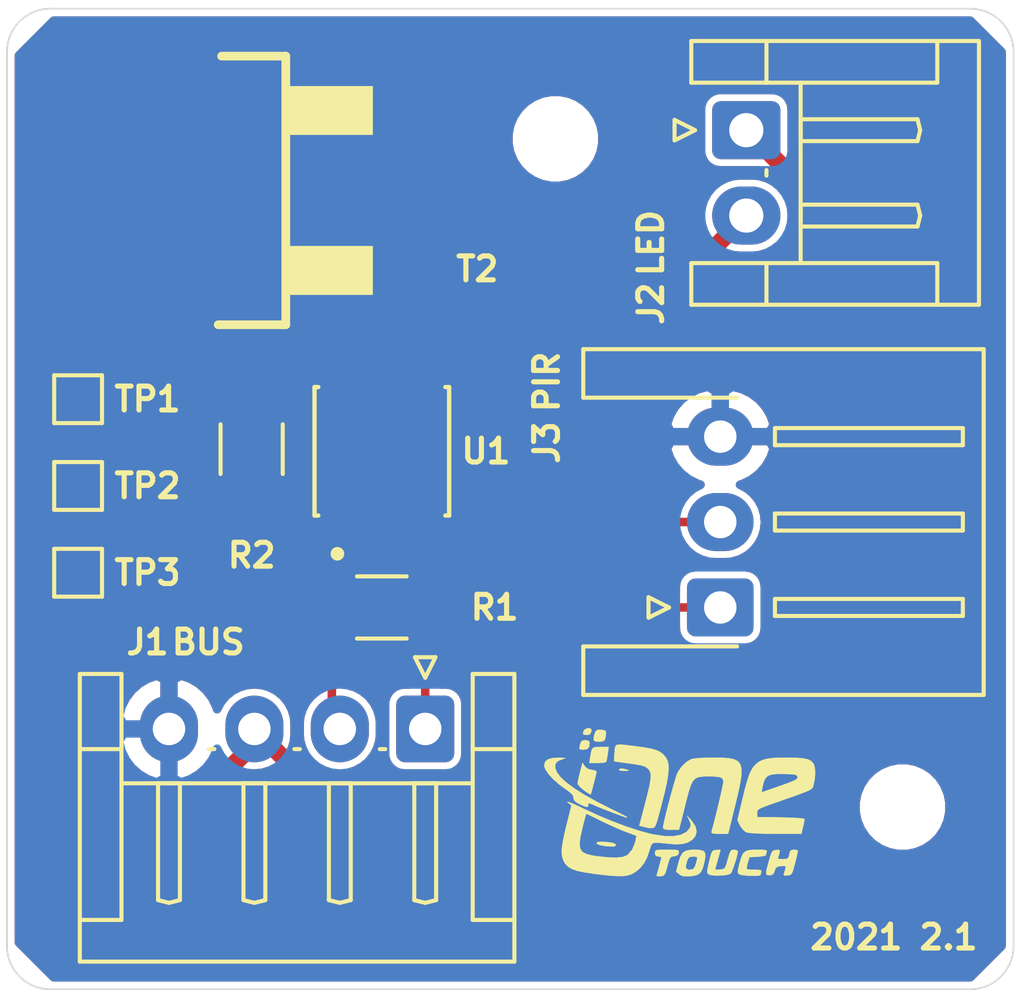
<source format=kicad_pcb>
(kicad_pcb (version 20171130) (host pcbnew "(5.1.8-0-10_14)")

  (general
    (thickness 1.6)
    (drawings 12)
    (tracks 50)
    (zones 0)
    (modules 13)
    (nets 8)
  )

  (page A4)
  (layers
    (0 F.Cu signal)
    (31 B.Cu signal)
    (32 B.Adhes user)
    (33 F.Adhes user)
    (34 B.Paste user)
    (35 F.Paste user)
    (36 B.SilkS user)
    (37 F.SilkS user)
    (38 B.Mask user)
    (39 F.Mask user)
    (40 Dwgs.User user)
    (41 Cmts.User user)
    (42 Eco1.User user)
    (43 Eco2.User user)
    (44 Edge.Cuts user)
    (45 Margin user)
    (46 B.CrtYd user)
    (47 F.CrtYd user)
    (48 B.Fab user)
    (49 F.Fab user hide)
  )

  (setup
    (last_trace_width 0.25)
    (trace_clearance 0.2)
    (zone_clearance 0.2)
    (zone_45_only no)
    (trace_min 0.2)
    (via_size 0.8)
    (via_drill 0.4)
    (via_min_size 0.4)
    (via_min_drill 0.3)
    (uvia_size 0.3)
    (uvia_drill 0.1)
    (uvias_allowed no)
    (uvia_min_size 0.2)
    (uvia_min_drill 0.1)
    (edge_width 0.05)
    (segment_width 0.2)
    (pcb_text_width 0.3)
    (pcb_text_size 1.5 1.5)
    (mod_edge_width 0.12)
    (mod_text_size 1 1)
    (mod_text_width 0.15)
    (pad_size 6.7 6.7)
    (pad_drill 0)
    (pad_to_mask_clearance 0)
    (aux_axis_origin 0 0)
    (grid_origin 108.0008 133.1468)
    (visible_elements FFFFFF7F)
    (pcbplotparams
      (layerselection 0x010fc_ffffffff)
      (usegerberextensions false)
      (usegerberattributes true)
      (usegerberadvancedattributes true)
      (creategerberjobfile true)
      (excludeedgelayer true)
      (linewidth 0.100000)
      (plotframeref false)
      (viasonmask false)
      (mode 1)
      (useauxorigin false)
      (hpglpennumber 1)
      (hpglpenspeed 20)
      (hpglpendiameter 15.000000)
      (psnegative false)
      (psa4output false)
      (plotreference true)
      (plotvalue true)
      (plotinvisibletext false)
      (padsonsilk false)
      (subtractmaskfromsilk false)
      (outputformat 1)
      (mirror false)
      (drillshape 0)
      (scaleselection 1)
      (outputdirectory "gerber/"))
  )

  (net 0 "")
  (net 1 +12V)
  (net 2 +3V3)
  (net 3 GPIO)
  (net 4 GND)
  (net 5 "Net-(J3-Pad2)")
  (net 6 "Net-(R2-Pad2)")
  (net 7 "Net-(J2-Pad2)")

  (net_class Default "This is the default net class."
    (clearance 0.2)
    (trace_width 0.25)
    (via_dia 0.8)
    (via_drill 0.4)
    (uvia_dia 0.3)
    (uvia_drill 0.1)
    (add_net +3V3)
    (add_net GPIO)
    (add_net "Net-(J3-Pad2)")
    (add_net "Net-(R2-Pad2)")
  )

  (net_class Power ""
    (clearance 0.2)
    (trace_width 0.5)
    (via_dia 0.8)
    (via_drill 0.4)
    (uvia_dia 0.3)
    (uvia_drill 0.1)
    (add_net +12V)
    (add_net GND)
    (add_net "Net-(J2-Pad2)")
  )

  (module TestPoint:TestPoint_Pad_1.0x1.0mm (layer F.Cu) (tedit 5A0F774F) (tstamp 6076504A)
    (at 100.3808 145.8468)
    (descr "SMD rectangular pad as test Point, square 1.0mm side length")
    (tags "test point SMD pad rectangle square")
    (path /605E4EB8)
    (attr virtual)
    (fp_text reference TP1 (at 2.032 0) (layer F.SilkS)
      (effects (font (size 0.7 0.7) (thickness 0.15)))
    )
    (fp_text value TestPoint (at 0 1.55) (layer F.Fab)
      (effects (font (size 1 1) (thickness 0.15)))
    )
    (fp_line (start 1 1) (end -1 1) (layer F.CrtYd) (width 0.05))
    (fp_line (start 1 1) (end 1 -1) (layer F.CrtYd) (width 0.05))
    (fp_line (start -1 -1) (end -1 1) (layer F.CrtYd) (width 0.05))
    (fp_line (start -1 -1) (end 1 -1) (layer F.CrtYd) (width 0.05))
    (fp_line (start -0.7 0.7) (end -0.7 -0.7) (layer F.SilkS) (width 0.12))
    (fp_line (start 0.7 0.7) (end -0.7 0.7) (layer F.SilkS) (width 0.12))
    (fp_line (start 0.7 -0.7) (end 0.7 0.7) (layer F.SilkS) (width 0.12))
    (fp_line (start -0.7 -0.7) (end 0.7 -0.7) (layer F.SilkS) (width 0.12))
    (fp_text user %R (at 0 -1.45) (layer F.Fab)
      (effects (font (size 1 1) (thickness 0.15)))
    )
    (pad 1 smd rect (at 0 0) (size 1 1) (layers F.Cu F.Mask)
      (net 3 GPIO))
  )

  (module Connector_JST:JST_EH_S2B-EH_1x02_P2.50mm_Horizontal (layer F.Cu) (tedit 5C281425) (tstamp 605A645F)
    (at 119.9388 137.9728 270)
    (descr "JST EH series connector, S2B-EH (http://www.jst-mfg.com/product/pdf/eng/eEH.pdf), generated with kicad-footprint-generator")
    (tags "connector JST EH horizontal")
    (path /605C53BB)
    (fp_text reference J2 (at 5.08 2.794 270) (layer F.SilkS)
      (effects (font (size 0.7 0.7) (thickness 0.15)))
    )
    (fp_text value LED (at 1.25 2.7 90) (layer F.Fab)
      (effects (font (size 1 1) (thickness 0.15)))
    )
    (fp_line (start 0 -1.407107) (end 0.5 -0.7) (layer F.Fab) (width 0.1))
    (fp_line (start -0.5 -0.7) (end 0 -1.407107) (layer F.Fab) (width 0.1))
    (fp_line (start 0.3 2.1) (end 0 1.5) (layer F.SilkS) (width 0.12))
    (fp_line (start -0.3 2.1) (end 0.3 2.1) (layer F.SilkS) (width 0.12))
    (fp_line (start 0 1.5) (end -0.3 2.1) (layer F.SilkS) (width 0.12))
    (fp_line (start 2.82 -1.59) (end 2.5 -1.59) (layer F.SilkS) (width 0.12))
    (fp_line (start 2.82 -5.01) (end 2.82 -1.59) (layer F.SilkS) (width 0.12))
    (fp_line (start 2.5 -5.09) (end 2.82 -5.01) (layer F.SilkS) (width 0.12))
    (fp_line (start 2.18 -5.01) (end 2.5 -5.09) (layer F.SilkS) (width 0.12))
    (fp_line (start 2.18 -1.59) (end 2.18 -5.01) (layer F.SilkS) (width 0.12))
    (fp_line (start 2.5 -1.59) (end 2.18 -1.59) (layer F.SilkS) (width 0.12))
    (fp_line (start 1.17 -0.59) (end 1.33 -0.59) (layer F.SilkS) (width 0.12))
    (fp_line (start 0.32 -1.59) (end 0 -1.59) (layer F.SilkS) (width 0.12))
    (fp_line (start 0.32 -5.01) (end 0.32 -1.59) (layer F.SilkS) (width 0.12))
    (fp_line (start 0 -5.09) (end 0.32 -5.01) (layer F.SilkS) (width 0.12))
    (fp_line (start -0.32 -5.01) (end 0 -5.09) (layer F.SilkS) (width 0.12))
    (fp_line (start -0.32 -1.59) (end -0.32 -5.01) (layer F.SilkS) (width 0.12))
    (fp_line (start 0 -1.59) (end -0.32 -1.59) (layer F.SilkS) (width 0.12))
    (fp_line (start -1.39 -1.59) (end 3.89 -1.59) (layer F.SilkS) (width 0.12))
    (fp_line (start 3.89 -0.59) (end 5.11 -0.59) (layer F.SilkS) (width 0.12))
    (fp_line (start 3.89 -5.59) (end 3.89 -0.59) (layer F.SilkS) (width 0.12))
    (fp_line (start 5.11 -5.59) (end 3.89 -5.59) (layer F.SilkS) (width 0.12))
    (fp_line (start -1.39 -0.59) (end -2.61 -0.59) (layer F.SilkS) (width 0.12))
    (fp_line (start -1.39 -5.59) (end -1.39 -0.59) (layer F.SilkS) (width 0.12))
    (fp_line (start -2.61 -5.59) (end -1.39 -5.59) (layer F.SilkS) (width 0.12))
    (fp_line (start 3.89 1.61) (end 3.89 -0.59) (layer F.SilkS) (width 0.12))
    (fp_line (start 5.11 1.61) (end 3.89 1.61) (layer F.SilkS) (width 0.12))
    (fp_line (start 5.11 -6.81) (end 5.11 1.61) (layer F.SilkS) (width 0.12))
    (fp_line (start -2.61 -6.81) (end 5.11 -6.81) (layer F.SilkS) (width 0.12))
    (fp_line (start -2.61 1.61) (end -2.61 -6.81) (layer F.SilkS) (width 0.12))
    (fp_line (start -1.39 1.61) (end -2.61 1.61) (layer F.SilkS) (width 0.12))
    (fp_line (start -1.39 -0.59) (end -1.39 1.61) (layer F.SilkS) (width 0.12))
    (fp_line (start 5.5 -7.2) (end -3 -7.2) (layer F.CrtYd) (width 0.05))
    (fp_line (start 5.5 2) (end 5.5 -7.2) (layer F.CrtYd) (width 0.05))
    (fp_line (start -3 2) (end 5.5 2) (layer F.CrtYd) (width 0.05))
    (fp_line (start -3 -7.2) (end -3 2) (layer F.CrtYd) (width 0.05))
    (fp_line (start 4 -0.7) (end -1.5 -0.7) (layer F.Fab) (width 0.1))
    (fp_line (start 4 1.5) (end 4 -0.7) (layer F.Fab) (width 0.1))
    (fp_line (start 5 1.5) (end 4 1.5) (layer F.Fab) (width 0.1))
    (fp_line (start 5 -6.7) (end 5 1.5) (layer F.Fab) (width 0.1))
    (fp_line (start -2.5 -6.7) (end 5 -6.7) (layer F.Fab) (width 0.1))
    (fp_line (start -2.5 1.5) (end -2.5 -6.7) (layer F.Fab) (width 0.1))
    (fp_line (start -1.5 1.5) (end -2.5 1.5) (layer F.Fab) (width 0.1))
    (fp_line (start -1.5 -0.7) (end -1.5 1.5) (layer F.Fab) (width 0.1))
    (fp_text user %R (at 1.25 -2.6 90) (layer F.Fab)
      (effects (font (size 1 1) (thickness 0.15)))
    )
    (pad 2 thru_hole oval (at 2.5 0 270) (size 1.7 2) (drill 1) (layers *.Cu *.Mask)
      (net 7 "Net-(J2-Pad2)"))
    (pad 1 thru_hole roundrect (at 0 0 270) (size 1.7 2) (drill 1) (layers *.Cu *.Mask) (roundrect_rratio 0.1470588235294118)
      (net 1 +12V))
    (model ${KISYS3DMOD}/Connector_JST.3dshapes/JST_EH_S2B-EH_1x02_P2.50mm_Horizontal.wrl
      (at (xyz 0 0 0))
      (scale (xyz 1 1 1))
      (rotate (xyz 0 0 0))
    )
  )

  (module MountingHole:MountingHole_2.1mm (layer F.Cu) (tedit 5B924765) (tstamp 6076367C)
    (at 124.5108 157.7848)
    (descr "Mounting Hole 2.1mm, no annular")
    (tags "mounting hole 2.1mm no annular")
    (path /6079BD8F)
    (attr virtual)
    (fp_text reference H2 (at 0 -3.2) (layer F.SilkS) hide
      (effects (font (size 1 1) (thickness 0.15)))
    )
    (fp_text value MountingHole (at 0 3.2) (layer F.Fab)
      (effects (font (size 1 1) (thickness 0.15)))
    )
    (fp_circle (center 0 0) (end 2.35 0) (layer F.CrtYd) (width 0.05))
    (fp_circle (center 0 0) (end 2.1 0) (layer Cmts.User) (width 0.15))
    (fp_text user %R (at 0.3 0) (layer F.Fab)
      (effects (font (size 1 1) (thickness 0.15)))
    )
    (pad "" np_thru_hole circle (at 0 0) (size 2.1 2.1) (drill 2.1) (layers *.Cu *.Mask))
  )

  (module MountingHole:MountingHole_2.1mm (layer F.Cu) (tedit 5B924765) (tstamp 60763674)
    (at 114.3508 138.2268)
    (descr "Mounting Hole 2.1mm, no annular")
    (tags "mounting hole 2.1mm no annular")
    (path /6079B8B1)
    (attr virtual)
    (fp_text reference H1 (at 0 -3.2) (layer F.SilkS) hide
      (effects (font (size 1 1) (thickness 0.15)))
    )
    (fp_text value MountingHole (at 0 3.2) (layer F.Fab)
      (effects (font (size 1 1) (thickness 0.15)))
    )
    (fp_circle (center 0 0) (end 2.35 0) (layer F.CrtYd) (width 0.05))
    (fp_circle (center 0 0) (end 2.1 0) (layer Cmts.User) (width 0.15))
    (fp_text user %R (at 0.3 0) (layer F.Fab)
      (effects (font (size 1 1) (thickness 0.15)))
    )
    (pad "" np_thru_hole circle (at 0 0) (size 2.1 2.1) (drill 2.1) (layers *.Cu *.Mask))
  )

  (module Connector_JST:JST_EH_S4B-EH_1x04_P2.50mm_Horizontal (layer F.Cu) (tedit 5C281425) (tstamp 6059077B)
    (at 110.5408 155.4988 180)
    (descr "JST EH series connector, S4B-EH (http://www.jst-mfg.com/product/pdf/eng/eEH.pdf), generated with kicad-footprint-generator")
    (tags "connector JST EH horizontal")
    (path /605A1BA6)
    (fp_text reference J1 (at 8.128 2.54) (layer F.SilkS)
      (effects (font (size 0.7 0.7) (thickness 0.15)))
    )
    (fp_text value In (at 3.75 2.7) (layer F.Fab)
      (effects (font (size 1 1) (thickness 0.15)))
    )
    (fp_line (start 0 -1.407107) (end 0.5 -0.7) (layer F.Fab) (width 0.1))
    (fp_line (start -0.5 -0.7) (end 0 -1.407107) (layer F.Fab) (width 0.1))
    (fp_line (start 0.3 2.1) (end 0 1.5) (layer F.SilkS) (width 0.12))
    (fp_line (start -0.3 2.1) (end 0.3 2.1) (layer F.SilkS) (width 0.12))
    (fp_line (start 0 1.5) (end -0.3 2.1) (layer F.SilkS) (width 0.12))
    (fp_line (start 7.82 -1.59) (end 7.5 -1.59) (layer F.SilkS) (width 0.12))
    (fp_line (start 7.82 -5.01) (end 7.82 -1.59) (layer F.SilkS) (width 0.12))
    (fp_line (start 7.5 -5.09) (end 7.82 -5.01) (layer F.SilkS) (width 0.12))
    (fp_line (start 7.18 -5.01) (end 7.5 -5.09) (layer F.SilkS) (width 0.12))
    (fp_line (start 7.18 -1.59) (end 7.18 -5.01) (layer F.SilkS) (width 0.12))
    (fp_line (start 7.5 -1.59) (end 7.18 -1.59) (layer F.SilkS) (width 0.12))
    (fp_line (start 6.17 -0.59) (end 6.33 -0.59) (layer F.SilkS) (width 0.12))
    (fp_line (start 5.32 -1.59) (end 5 -1.59) (layer F.SilkS) (width 0.12))
    (fp_line (start 5.32 -5.01) (end 5.32 -1.59) (layer F.SilkS) (width 0.12))
    (fp_line (start 5 -5.09) (end 5.32 -5.01) (layer F.SilkS) (width 0.12))
    (fp_line (start 4.68 -5.01) (end 5 -5.09) (layer F.SilkS) (width 0.12))
    (fp_line (start 4.68 -1.59) (end 4.68 -5.01) (layer F.SilkS) (width 0.12))
    (fp_line (start 5 -1.59) (end 4.68 -1.59) (layer F.SilkS) (width 0.12))
    (fp_line (start 3.67 -0.59) (end 3.83 -0.59) (layer F.SilkS) (width 0.12))
    (fp_line (start 2.82 -1.59) (end 2.5 -1.59) (layer F.SilkS) (width 0.12))
    (fp_line (start 2.82 -5.01) (end 2.82 -1.59) (layer F.SilkS) (width 0.12))
    (fp_line (start 2.5 -5.09) (end 2.82 -5.01) (layer F.SilkS) (width 0.12))
    (fp_line (start 2.18 -5.01) (end 2.5 -5.09) (layer F.SilkS) (width 0.12))
    (fp_line (start 2.18 -1.59) (end 2.18 -5.01) (layer F.SilkS) (width 0.12))
    (fp_line (start 2.5 -1.59) (end 2.18 -1.59) (layer F.SilkS) (width 0.12))
    (fp_line (start 1.17 -0.59) (end 1.33 -0.59) (layer F.SilkS) (width 0.12))
    (fp_line (start 0.32 -1.59) (end 0 -1.59) (layer F.SilkS) (width 0.12))
    (fp_line (start 0.32 -5.01) (end 0.32 -1.59) (layer F.SilkS) (width 0.12))
    (fp_line (start 0 -5.09) (end 0.32 -5.01) (layer F.SilkS) (width 0.12))
    (fp_line (start -0.32 -5.01) (end 0 -5.09) (layer F.SilkS) (width 0.12))
    (fp_line (start -0.32 -1.59) (end -0.32 -5.01) (layer F.SilkS) (width 0.12))
    (fp_line (start 0 -1.59) (end -0.32 -1.59) (layer F.SilkS) (width 0.12))
    (fp_line (start -1.39 -1.59) (end 8.89 -1.59) (layer F.SilkS) (width 0.12))
    (fp_line (start 8.89 -0.59) (end 10.11 -0.59) (layer F.SilkS) (width 0.12))
    (fp_line (start 8.89 -5.59) (end 8.89 -0.59) (layer F.SilkS) (width 0.12))
    (fp_line (start 10.11 -5.59) (end 8.89 -5.59) (layer F.SilkS) (width 0.12))
    (fp_line (start -1.39 -0.59) (end -2.61 -0.59) (layer F.SilkS) (width 0.12))
    (fp_line (start -1.39 -5.59) (end -1.39 -0.59) (layer F.SilkS) (width 0.12))
    (fp_line (start -2.61 -5.59) (end -1.39 -5.59) (layer F.SilkS) (width 0.12))
    (fp_line (start 8.89 1.61) (end 8.89 -0.59) (layer F.SilkS) (width 0.12))
    (fp_line (start 10.11 1.61) (end 8.89 1.61) (layer F.SilkS) (width 0.12))
    (fp_line (start 10.11 -6.81) (end 10.11 1.61) (layer F.SilkS) (width 0.12))
    (fp_line (start -2.61 -6.81) (end 10.11 -6.81) (layer F.SilkS) (width 0.12))
    (fp_line (start -2.61 1.61) (end -2.61 -6.81) (layer F.SilkS) (width 0.12))
    (fp_line (start -1.39 1.61) (end -2.61 1.61) (layer F.SilkS) (width 0.12))
    (fp_line (start -1.39 -0.59) (end -1.39 1.61) (layer F.SilkS) (width 0.12))
    (fp_line (start 10.5 -7.2) (end -3 -7.2) (layer F.CrtYd) (width 0.05))
    (fp_line (start 10.5 2) (end 10.5 -7.2) (layer F.CrtYd) (width 0.05))
    (fp_line (start -3 2) (end 10.5 2) (layer F.CrtYd) (width 0.05))
    (fp_line (start -3 -7.2) (end -3 2) (layer F.CrtYd) (width 0.05))
    (fp_line (start 9 -0.7) (end -1.5 -0.7) (layer F.Fab) (width 0.1))
    (fp_line (start 9 1.5) (end 9 -0.7) (layer F.Fab) (width 0.1))
    (fp_line (start 10 1.5) (end 9 1.5) (layer F.Fab) (width 0.1))
    (fp_line (start 10 -6.7) (end 10 1.5) (layer F.Fab) (width 0.1))
    (fp_line (start -2.5 -6.7) (end 10 -6.7) (layer F.Fab) (width 0.1))
    (fp_line (start -2.5 1.5) (end -2.5 -6.7) (layer F.Fab) (width 0.1))
    (fp_line (start -1.5 1.5) (end -2.5 1.5) (layer F.Fab) (width 0.1))
    (fp_line (start -1.5 -0.7) (end -1.5 1.5) (layer F.Fab) (width 0.1))
    (fp_text user %R (at 3.75 -2.6) (layer F.Fab)
      (effects (font (size 1 1) (thickness 0.15)))
    )
    (pad 4 thru_hole oval (at 7.5 0 180) (size 1.7 1.95) (drill 0.95) (layers *.Cu *.Mask)
      (net 4 GND))
    (pad 3 thru_hole oval (at 5 0 180) (size 1.7 1.95) (drill 0.95) (layers *.Cu *.Mask)
      (net 1 +12V))
    (pad 2 thru_hole oval (at 2.5 0 180) (size 1.7 1.95) (drill 0.95) (layers *.Cu *.Mask)
      (net 3 GPIO))
    (pad 1 thru_hole roundrect (at 0 0 180) (size 1.7 1.95) (drill 0.95) (layers *.Cu *.Mask) (roundrect_rratio 0.1470588235294118)
      (net 2 +3V3))
    (model ${KISYS3DMOD}/Connector_JST.3dshapes/JST_EH_S4B-EH_1x04_P2.50mm_Horizontal.wrl
      (at (xyz 0 0 0))
      (scale (xyz 1 1 1))
      (rotate (xyz 0 0 0))
    )
  )

  (module TestPoint:TestPoint_Pad_1.0x1.0mm (layer F.Cu) (tedit 5A0F774F) (tstamp 60761B82)
    (at 100.3808 150.9268)
    (descr "SMD rectangular pad as test Point, square 1.0mm side length")
    (tags "test point SMD pad rectangle square")
    (path /6078D9E8)
    (attr virtual)
    (fp_text reference TP3 (at 2.032 0) (layer F.SilkS)
      (effects (font (size 0.7 0.7) (thickness 0.15)))
    )
    (fp_text value TestPoint (at 0 1.55) (layer F.Fab)
      (effects (font (size 1 1) (thickness 0.15)))
    )
    (fp_line (start 1 1) (end -1 1) (layer F.CrtYd) (width 0.05))
    (fp_line (start 1 1) (end 1 -1) (layer F.CrtYd) (width 0.05))
    (fp_line (start -1 -1) (end -1 1) (layer F.CrtYd) (width 0.05))
    (fp_line (start -1 -1) (end 1 -1) (layer F.CrtYd) (width 0.05))
    (fp_line (start -0.7 0.7) (end -0.7 -0.7) (layer F.SilkS) (width 0.12))
    (fp_line (start 0.7 0.7) (end -0.7 0.7) (layer F.SilkS) (width 0.12))
    (fp_line (start 0.7 -0.7) (end 0.7 0.7) (layer F.SilkS) (width 0.12))
    (fp_line (start -0.7 -0.7) (end 0.7 -0.7) (layer F.SilkS) (width 0.12))
    (fp_text user %R (at 0 -1.45) (layer F.Fab)
      (effects (font (size 1 1) (thickness 0.15)))
    )
    (pad 1 smd rect (at 0 0) (size 1 1) (layers F.Cu F.Mask)
      (net 5 "Net-(J3-Pad2)"))
  )

  (module Connector_JST:JST_XH_S3B-XH-A-1_1x03_P2.50mm_Horizontal (layer F.Cu) (tedit 5C281476) (tstamp 60761A93)
    (at 119.1768 151.9428 90)
    (descr "JST XH series connector, S3B-XH-A-1 (http://www.jst-mfg.com/product/pdf/eng/eXH.pdf), generated with kicad-footprint-generator")
    (tags "connector JST XH horizontal")
    (path /6078A58B)
    (fp_text reference J3 (at 4.826 -5.08 90) (layer F.SilkS)
      (effects (font (size 0.7 0.7) (thickness 0.15)))
    )
    (fp_text value LED (at 2.5 8.8 90) (layer F.Fab)
      (effects (font (size 1 1) (thickness 0.15)))
    )
    (fp_line (start 0 -0.4) (end 0.625 0.6) (layer F.Fab) (width 0.1))
    (fp_line (start -0.625 0.6) (end 0 -0.4) (layer F.Fab) (width 0.1))
    (fp_line (start 0.3 -2.1) (end 0 -1.5) (layer F.SilkS) (width 0.12))
    (fp_line (start -0.3 -2.1) (end 0.3 -2.1) (layer F.SilkS) (width 0.12))
    (fp_line (start 0 -1.5) (end -0.3 -2.1) (layer F.SilkS) (width 0.12))
    (fp_line (start 5.25 1.6) (end 4.75 1.6) (layer F.SilkS) (width 0.12))
    (fp_line (start 5.25 7.1) (end 5.25 1.6) (layer F.SilkS) (width 0.12))
    (fp_line (start 4.75 7.1) (end 5.25 7.1) (layer F.SilkS) (width 0.12))
    (fp_line (start 4.75 1.6) (end 4.75 7.1) (layer F.SilkS) (width 0.12))
    (fp_line (start 2.75 1.6) (end 2.25 1.6) (layer F.SilkS) (width 0.12))
    (fp_line (start 2.75 7.1) (end 2.75 1.6) (layer F.SilkS) (width 0.12))
    (fp_line (start 2.25 7.1) (end 2.75 7.1) (layer F.SilkS) (width 0.12))
    (fp_line (start 2.25 1.6) (end 2.25 7.1) (layer F.SilkS) (width 0.12))
    (fp_line (start 0.25 1.6) (end -0.25 1.6) (layer F.SilkS) (width 0.12))
    (fp_line (start 0.25 7.1) (end 0.25 1.6) (layer F.SilkS) (width 0.12))
    (fp_line (start -0.25 7.1) (end 0.25 7.1) (layer F.SilkS) (width 0.12))
    (fp_line (start -0.25 1.6) (end -0.25 7.1) (layer F.SilkS) (width 0.12))
    (fp_line (start 6.25 0.6) (end 2.5 0.6) (layer F.Fab) (width 0.1))
    (fp_line (start 6.25 -3.9) (end 6.25 0.6) (layer F.Fab) (width 0.1))
    (fp_line (start 7.45 -3.9) (end 6.25 -3.9) (layer F.Fab) (width 0.1))
    (fp_line (start 7.45 7.6) (end 7.45 -3.9) (layer F.Fab) (width 0.1))
    (fp_line (start 2.5 7.6) (end 7.45 7.6) (layer F.Fab) (width 0.1))
    (fp_line (start -1.25 0.6) (end 2.5 0.6) (layer F.Fab) (width 0.1))
    (fp_line (start -1.25 -3.9) (end -1.25 0.6) (layer F.Fab) (width 0.1))
    (fp_line (start -2.45 -3.9) (end -1.25 -3.9) (layer F.Fab) (width 0.1))
    (fp_line (start -2.45 7.6) (end -2.45 -3.9) (layer F.Fab) (width 0.1))
    (fp_line (start 2.5 7.6) (end -2.45 7.6) (layer F.Fab) (width 0.1))
    (fp_line (start 6.14 -4.01) (end 6.14 0.49) (layer F.SilkS) (width 0.12))
    (fp_line (start 7.56 -4.01) (end 6.14 -4.01) (layer F.SilkS) (width 0.12))
    (fp_line (start 7.56 7.71) (end 7.56 -4.01) (layer F.SilkS) (width 0.12))
    (fp_line (start 2.5 7.71) (end 7.56 7.71) (layer F.SilkS) (width 0.12))
    (fp_line (start -1.14 -4.01) (end -1.14 0.49) (layer F.SilkS) (width 0.12))
    (fp_line (start -2.56 -4.01) (end -1.14 -4.01) (layer F.SilkS) (width 0.12))
    (fp_line (start -2.56 7.71) (end -2.56 -4.01) (layer F.SilkS) (width 0.12))
    (fp_line (start 2.5 7.71) (end -2.56 7.71) (layer F.SilkS) (width 0.12))
    (fp_line (start 7.95 -4.4) (end -2.95 -4.4) (layer F.CrtYd) (width 0.05))
    (fp_line (start 7.95 8.1) (end 7.95 -4.4) (layer F.CrtYd) (width 0.05))
    (fp_line (start -2.95 8.1) (end 7.95 8.1) (layer F.CrtYd) (width 0.05))
    (fp_line (start -2.95 -4.4) (end -2.95 8.1) (layer F.CrtYd) (width 0.05))
    (fp_text user %R (at 2.5 1.85 90) (layer F.Fab)
      (effects (font (size 1 1) (thickness 0.15)))
    )
    (pad 3 thru_hole oval (at 5 0 90) (size 1.7 1.95) (drill 0.95) (layers *.Cu *.Mask)
      (net 4 GND))
    (pad 2 thru_hole oval (at 2.5 0 90) (size 1.7 1.95) (drill 0.95) (layers *.Cu *.Mask)
      (net 5 "Net-(J3-Pad2)"))
    (pad 1 thru_hole roundrect (at 0 0 90) (size 1.7 1.95) (drill 0.95) (layers *.Cu *.Mask) (roundrect_rratio 0.1470588235294118)
      (net 2 +3V3))
    (model ${KISYS3DMOD}/Connector_JST.3dshapes/JST_XH_S3B-XH-A-1_1x03_P2.50mm_Horizontal.wrl
      (at (xyz 0 0 0))
      (scale (xyz 1 1 1))
      (rotate (xyz 0 0 0))
    )
  )

  (module STD40NF10:D_PAK (layer F.Cu) (tedit 607620D0) (tstamp 605CB129)
    (at 105.9708 139.7368 90)
    (path /605D7DDE)
    (fp_text reference T2 (at -2.3 6.094 180) (layer F.SilkS)
      (effects (font (size 0.7 0.7) (thickness 0.15)))
    )
    (fp_text value STD40NF10 (at -0.535 6.042 90) (layer F.Fab)
      (effects (font (size 1 1) (thickness 0.015)))
    )
    (fp_line (start -3.9308 0.4894) (end 3.9308 0.4894) (layer F.SilkS) (width 0.254))
    (fp_line (start -3.9308 0.4894) (end -3.9308 -1.4886) (layer F.SilkS) (width 0.254))
    (fp_line (start 3.9308 0.4894) (end 3.9308 -1.3886) (layer F.SilkS) (width 0.254))
    (fp_poly (pts (xy -3.0512 0.5418) (xy -1.6288 0.5418) (xy -1.6288 3.031) (xy -3.0512 3.031)) (layer F.SilkS) (width 0.01))
    (fp_poly (pts (xy 1.6288 0.5418) (xy 3.0512 0.5418) (xy 3.0512 3.031) (xy 1.6288 3.031)) (layer F.SilkS) (width 0.01))
    (pad 3 smd rect (at 2.3 3.3 90) (size 1.6 3) (layers F.Cu F.Paste F.Mask)
      (net 4 GND))
    (pad 2 smd rect (at 0 -3.4 90) (size 6.7 6.7) (layers F.Cu F.Paste F.Mask)
      (net 7 "Net-(J2-Pad2)"))
    (pad 1 smd rect (at -2.3 3.3 90) (size 1.6 3) (layers F.Cu F.Paste F.Mask)
      (net 6 "Net-(R2-Pad2)"))
  )

  (module Resistor_SMD:R_1206_3216Metric (layer F.Cu) (tedit 605FCADC) (tstamp 605A6EB7)
    (at 105.4608 147.3093 90)
    (descr "Resistor SMD 1206 (3216 Metric), square (rectangular) end terminal, IPC_7351 nominal, (Body size source: IPC-SM-782 page 72, https://www.pcb-3d.com/wordpress/wp-content/uploads/ipc-sm-782a_amendment_1_and_2.pdf), generated with kicad-footprint-generator")
    (tags resistor)
    (path /605BE695)
    (attr smd)
    (fp_text reference R2 (at -3.1095 0 180) (layer F.SilkS)
      (effects (font (size 0.7 0.7) (thickness 0.15)))
    )
    (fp_text value 10K (at 0 1.82 90) (layer F.Fab)
      (effects (font (size 1 1) (thickness 0.15)))
    )
    (fp_line (start -1.6 0.8) (end -1.6 -0.8) (layer F.Fab) (width 0.1))
    (fp_line (start -1.6 -0.8) (end 1.6 -0.8) (layer F.Fab) (width 0.1))
    (fp_line (start 1.6 -0.8) (end 1.6 0.8) (layer F.Fab) (width 0.1))
    (fp_line (start 1.6 0.8) (end -1.6 0.8) (layer F.Fab) (width 0.1))
    (fp_line (start -0.727064 -0.91) (end 0.727064 -0.91) (layer F.SilkS) (width 0.12))
    (fp_line (start -0.727064 0.91) (end 0.727064 0.91) (layer F.SilkS) (width 0.12))
    (fp_line (start -2.28 1.12) (end -2.28 -1.12) (layer F.CrtYd) (width 0.05))
    (fp_line (start -2.28 -1.12) (end 2.28 -1.12) (layer F.CrtYd) (width 0.05))
    (fp_line (start 2.28 -1.12) (end 2.28 1.12) (layer F.CrtYd) (width 0.05))
    (fp_line (start 2.28 1.12) (end -2.28 1.12) (layer F.CrtYd) (width 0.05))
    (fp_text user %R (at 0 0 90) (layer F.Fab)
      (effects (font (size 0.8 0.8) (thickness 0.12)))
    )
    (pad 2 smd roundrect (at 1.4625 0 90) (size 1.125 1.75) (layers F.Cu F.Paste F.Mask) (roundrect_rratio 0.2222213333333333)
      (net 6 "Net-(R2-Pad2)"))
    (pad 1 smd roundrect (at -1.4625 0 90) (size 1.125 1.75) (layers F.Cu F.Paste F.Mask) (roundrect_rratio 0.2222213333333333)
      (net 1 +12V))
    (model ${KISYS3DMOD}/Resistor_SMD.3dshapes/R_1206_3216Metric.wrl
      (at (xyz 0 0 0))
      (scale (xyz 1 1 1))
      (rotate (xyz 0 0 0))
    )
  )

  (module Resistor_SMD:R_1206_3216Metric (layer F.Cu) (tedit 605FCADC) (tstamp 607645EA)
    (at 109.2708 151.9428 180)
    (descr "Resistor SMD 1206 (3216 Metric), square (rectangular) end terminal, IPC_7351 nominal, (Body size source: IPC-SM-782 page 72, https://www.pcb-3d.com/wordpress/wp-content/uploads/ipc-sm-782a_amendment_1_and_2.pdf), generated with kicad-footprint-generator")
    (tags resistor)
    (path /605A70D2)
    (attr smd)
    (fp_text reference R1 (at -3.302 0) (layer F.SilkS)
      (effects (font (size 0.7 0.7) (thickness 0.15)))
    )
    (fp_text value 1K (at 0 1.82) (layer F.Fab) hide
      (effects (font (size 1 1) (thickness 0.15)))
    )
    (fp_line (start -1.6 0.8) (end -1.6 -0.8) (layer F.Fab) (width 0.1))
    (fp_line (start -1.6 -0.8) (end 1.6 -0.8) (layer F.Fab) (width 0.1))
    (fp_line (start 1.6 -0.8) (end 1.6 0.8) (layer F.Fab) (width 0.1))
    (fp_line (start 1.6 0.8) (end -1.6 0.8) (layer F.Fab) (width 0.1))
    (fp_line (start -0.727064 -0.91) (end 0.727064 -0.91) (layer F.SilkS) (width 0.12))
    (fp_line (start -0.727064 0.91) (end 0.727064 0.91) (layer F.SilkS) (width 0.12))
    (fp_line (start -2.28 1.12) (end -2.28 -1.12) (layer F.CrtYd) (width 0.05))
    (fp_line (start -2.28 -1.12) (end 2.28 -1.12) (layer F.CrtYd) (width 0.05))
    (fp_line (start 2.28 -1.12) (end 2.28 1.12) (layer F.CrtYd) (width 0.05))
    (fp_line (start 2.28 1.12) (end -2.28 1.12) (layer F.CrtYd) (width 0.05))
    (fp_text user %R (at 0 0) (layer F.Fab)
      (effects (font (size 0.8 0.8) (thickness 0.12)))
    )
    (pad 2 smd roundrect (at 1.4625 0 180) (size 1.125 1.75) (layers F.Cu F.Paste F.Mask) (roundrect_rratio 0.2222213333333333)
      (net 3 GPIO))
    (pad 1 smd roundrect (at -1.4625 0 180) (size 1.125 1.75) (layers F.Cu F.Paste F.Mask) (roundrect_rratio 0.2222213333333333)
      (net 2 +3V3))
    (model ${KISYS3DMOD}/Resistor_SMD.3dshapes/R_1206_3216Metric.wrl
      (at (xyz 0 0 0))
      (scale (xyz 1 1 1))
      (rotate (xyz 0 0 0))
    )
  )

  (module DS2413P_:SOIC127P429X150-N (layer F.Cu) (tedit 6058DE30) (tstamp 605907EE)
    (at 109.2708 147.3718 90)
    (path /6058E10F)
    (fp_text reference U1 (at 0.001 3.048 180) (layer F.SilkS)
      (effects (font (size 0.7 0.7) (thickness 0.15)))
    )
    (fp_text value DS2413P+ (at 4.3088 2.7936 90) (layer F.Fab)
      (effects (font (size 0.64 0.64) (thickness 0.015)))
    )
    (fp_circle (center -3 -1.3) (end -2.9 -1.3) (layer F.Fab) (width 0.2))
    (fp_circle (center -3 -1.3) (end -2.9 -1.3) (layer F.SilkS) (width 0.2))
    (fp_line (start 2.51 2.29) (end -2.51 2.29) (layer F.CrtYd) (width 0.05))
    (fp_line (start 2.51 -2.29) (end 2.51 2.29) (layer F.CrtYd) (width 0.05))
    (fp_line (start -2.51 -2.29) (end 2.51 -2.29) (layer F.CrtYd) (width 0.05))
    (fp_line (start -2.51 2.29) (end -2.51 -2.29) (layer F.CrtYd) (width 0.05))
    (fp_line (start 1.88 -1.97) (end 1.88 -1.86) (layer F.SilkS) (width 0.127))
    (fp_line (start -1.88 -1.97) (end -1.88 -1.86) (layer F.SilkS) (width 0.127))
    (fp_line (start 1.88 1.97) (end 1.88 1.86) (layer F.SilkS) (width 0.127))
    (fp_line (start -1.88 1.97) (end -1.88 1.86) (layer F.SilkS) (width 0.127))
    (fp_line (start -1.88 1.97) (end 1.88 1.97) (layer F.SilkS) (width 0.127))
    (fp_line (start -1.88 -1.97) (end 1.88 -1.97) (layer F.SilkS) (width 0.127))
    (fp_line (start 1.88 1.97) (end -1.88 1.97) (layer F.Fab) (width 0.127))
    (fp_line (start 1.88 -1.97) (end 1.88 1.97) (layer F.Fab) (width 0.127))
    (fp_line (start -1.88 -1.97) (end 1.88 -1.97) (layer F.Fab) (width 0.127))
    (fp_line (start -1.88 1.97) (end -1.88 -1.97) (layer F.Fab) (width 0.127))
    (pad 6 smd rect (at 1.525 -1.27 90) (size 1.33 0.53) (layers F.Cu F.Paste F.Mask)
      (net 6 "Net-(R2-Pad2)"))
    (pad 5 smd rect (at 1.525 0 90) (size 1.33 0.53) (layers F.Cu F.Paste F.Mask)
      (net 4 GND))
    (pad 4 smd rect (at 1.525 1.27 90) (size 1.33 0.53) (layers F.Cu F.Paste F.Mask)
      (net 5 "Net-(J3-Pad2)"))
    (pad 3 smd rect (at -1.525 1.27 90) (size 1.33 0.53) (layers F.Cu F.Paste F.Mask))
    (pad 2 smd rect (at -1.525 0 90) (size 1.33 0.53) (layers F.Cu F.Paste F.Mask)
      (net 3 GPIO))
    (pad 1 smd rect (at -1.525 -1.27 90) (size 1.33 0.53) (layers F.Cu F.Paste F.Mask)
      (net 4 GND))
  )

  (module logo:onetouchlogo (layer F.Cu) (tedit 60590C7D) (tstamp 60597CC1)
    (at 117.9703 157.7848)
    (path /605DAB09)
    (fp_text reference logo1 (at 1.27 -3.81) (layer B.SilkS) hide
      (effects (font (size 1.524 1.524) (thickness 0.3)) (justify mirror))
    )
    (fp_text value LOGO (at 0 3.81) (layer B.SilkS) hide
      (effects (font (size 1.524 1.524) (thickness 0.3)) (justify mirror))
    )
    (fp_poly (pts (xy -3.210654 -0.138858) (xy -3.099976 -0.093624) (xy -2.944613 -0.024099) (xy -2.753012 0.066245)
      (xy -2.735384 0.074744) (xy -2.344779 0.254012) (xy -1.945067 0.42024) (xy -1.553623 0.567044)
      (xy -1.18782 0.688037) (xy -0.865032 0.776835) (xy -0.76314 0.799601) (xy -0.434225 0.849507)
      (xy -0.158082 0.853205) (xy 0.062231 0.811202) (xy 0.223651 0.724004) (xy 0.308262 0.622169)
      (xy 0.341273 0.54446) (xy 0.335623 0.472413) (xy 0.300052 0.387707) (xy 0.235996 0.254)
      (xy 0.371998 0.407049) (xy 0.480199 0.56785) (xy 0.513694 0.719718) (xy 0.472336 0.858085)
      (xy 0.389619 0.952356) (xy 0.260346 1.034328) (xy 0.103336 1.078888) (xy -0.097648 1.088988)
      (xy -0.288166 1.075606) (xy -0.493652 1.05406) (xy -0.63519 1.042822) (xy -0.726751 1.046164)
      (xy -0.782306 1.068355) (xy -0.815827 1.113668) (xy -0.841285 1.186373) (xy -0.860164 1.250462)
      (xy -0.936409 1.470636) (xy -1.019959 1.635242) (xy -1.123542 1.766681) (xy -1.188782 1.828683)
      (xy -1.2887 1.907453) (xy -1.391469 1.964731) (xy -1.508794 2.001678) (xy -1.652376 2.019457)
      (xy -1.833921 2.019228) (xy -2.065131 2.002155) (xy -2.357711 1.969398) (xy -2.46756 1.955621)
      (xy -2.750369 1.914345) (xy -2.966285 1.869237) (xy -3.126567 1.815856) (xy -3.242473 1.749759)
      (xy -3.325262 1.666502) (xy -3.366804 1.600791) (xy -3.409875 1.49664) (xy -3.431332 1.376258)
      (xy -3.430372 1.227866) (xy -3.411288 1.079341) (xy -2.912365 1.079341) (xy -2.894234 1.215788)
      (xy -2.830627 1.310708) (xy -2.715583 1.37463) (xy -2.543141 1.418087) (xy -2.381709 1.442407)
      (xy -2.06849 1.474661) (xy -1.824347 1.480893) (xy -1.644586 1.460891) (xy -1.524514 1.414447)
      (xy -1.50895 1.403319) (xy -1.369041 1.243995) (xy -1.283091 1.030011) (xy -1.27156 0.975573)
      (xy -1.246882 0.840154) (xy -1.551518 0.727574) (xy -1.716462 0.66173) (xy -1.920977 0.572953)
      (xy -2.135326 0.47443) (xy -2.278397 0.40519) (xy -2.44248 0.324184) (xy -2.579134 0.257709)
      (xy -2.674319 0.212527) (xy -2.713996 0.195395) (xy -2.714152 0.195385) (xy -2.728101 0.230926)
      (xy -2.755998 0.327621) (xy -2.79376 0.470579) (xy -2.83604 0.639741) (xy -2.89098 0.890836)
      (xy -2.912365 1.079341) (xy -3.411288 1.079341) (xy -3.406192 1.039689) (xy -3.357989 0.799947)
      (xy -3.293969 0.532612) (xy -3.14818 -0.048468) (xy -3.264167 -0.142568) (xy -3.2682 -0.15633)
      (xy -3.210654 -0.138858)) (layer F.SilkS) (width 0.01))
    (fp_poly (pts (xy -0.181843 1.251346) (xy -0.078446 1.256469) (xy -0.024366 1.269539) (xy -0.005185 1.294262)
      (xy -0.006486 1.334347) (xy -0.007051 1.338385) (xy -0.038022 1.405637) (xy -0.119298 1.435474)
      (xy -0.142969 1.438287) (xy -0.207401 1.449016) (xy -0.250834 1.477108) (xy -0.284639 1.53934)
      (xy -0.320187 1.652487) (xy -0.341624 1.731364) (xy -0.381958 1.875296) (xy -0.414928 1.960231)
      (xy -0.452214 2.002967) (xy -0.505497 2.020304) (xy -0.54586 2.025101) (xy -0.632285 2.026567)
      (xy -0.657822 2.002732) (xy -0.652215 1.978699) (xy -0.628698 1.905472) (xy -0.597061 1.793123)
      (xy -0.585992 1.751137) (xy -0.554474 1.631061) (xy -0.528353 1.534628) (xy -0.522579 1.514231)
      (xy -0.525706 1.462722) (xy -0.587303 1.446101) (xy -0.603059 1.445847) (xy -0.678751 1.43067)
      (xy -0.702753 1.370183) (xy -0.703384 1.348154) (xy -0.700616 1.30205) (xy -0.682325 1.273359)
      (xy -0.633528 1.257952) (xy -0.539243 1.251698) (xy -0.384489 1.250468) (xy -0.348974 1.250462)
      (xy -0.181843 1.251346)) (layer F.SilkS) (width 0.01))
    (fp_poly (pts (xy 0.617446 1.257897) (xy 0.719236 1.288871) (xy 0.765016 1.356386) (xy 0.765499 1.473447)
      (xy 0.741697 1.605756) (xy 0.694104 1.788632) (xy 0.634944 1.907851) (xy 0.549896 1.977862)
      (xy 0.424634 2.013115) (xy 0.327726 2.023341) (xy 0.181146 2.027754) (xy 0.084493 2.011757)
      (xy 0.011134 1.97065) (xy 0.005981 1.966547) (xy -0.08479 1.893045) (xy -0.038085 1.708134)
      (xy 0.19887 1.708134) (xy 0.202049 1.79132) (xy 0.25105 1.829946) (xy 0.313583 1.836616)
      (xy 0.412256 1.817069) (xy 0.463882 1.749466) (xy 0.464169 1.748693) (xy 0.498931 1.640658)
      (xy 0.522561 1.553308) (xy 0.533634 1.480984) (xy 0.505634 1.45153) (xy 0.419425 1.445849)
      (xy 0.414875 1.445847) (xy 0.317854 1.457068) (xy 0.264787 1.50596) (xy 0.238284 1.568909)
      (xy 0.19887 1.708134) (xy -0.038085 1.708134) (xy -0.02091 1.640138) (xy 0.034933 1.459775)
      (xy 0.103489 1.344132) (xy 0.200868 1.279848) (xy 0.343178 1.253563) (xy 0.448929 1.250462)
      (xy 0.617446 1.257897)) (layer F.SilkS) (width 0.01))
    (fp_poly (pts (xy 1.690437 1.265785) (xy 1.719385 1.299432) (xy 1.707097 1.381501) (xy 1.675405 1.505953)
      (xy 1.632071 1.648682) (xy 1.584854 1.785579) (xy 1.541515 1.892538) (xy 1.512084 1.943433)
      (xy 1.442511 1.974039) (xy 1.321774 1.994858) (xy 1.176371 2.004866) (xy 1.0328 2.00304)
      (xy 0.917558 1.988357) (xy 0.865794 1.968392) (xy 0.837166 1.939536) (xy 0.825883 1.895827)
      (xy 0.83266 1.820257) (xy 0.858214 1.695814) (xy 0.881457 1.596494) (xy 0.920239 1.438756)
      (xy 0.950806 1.341581) (xy 0.982536 1.289385) (xy 1.024808 1.266583) (xy 1.0853 1.257755)
      (xy 1.171204 1.252748) (xy 1.211043 1.257001) (xy 1.211385 1.25788) (xy 1.201441 1.29867)
      (xy 1.175216 1.394775) (xy 1.138118 1.526425) (xy 1.133231 1.543539) (xy 1.0952 1.678084)
      (xy 1.067397 1.779417) (xy 1.05523 1.827781) (xy 1.055077 1.829081) (xy 1.089484 1.8341)
      (xy 1.174824 1.831209) (xy 1.201477 1.829205) (xy 1.276588 1.820384) (xy 1.325289 1.798205)
      (xy 1.360122 1.74611) (xy 1.393631 1.647542) (xy 1.425271 1.53377) (xy 1.466905 1.389031)
      (xy 1.500394 1.30429) (xy 1.536174 1.263631) (xy 1.584679 1.251138) (xy 1.611025 1.250462)
      (xy 1.690437 1.265785)) (layer F.SilkS) (width 0.01))
    (fp_poly (pts (xy 2.431883 1.252439) (xy 2.522683 1.260341) (xy 2.562811 1.277119) (xy 2.565982 1.305727)
      (xy 2.563719 1.312273) (xy 2.542672 1.385503) (xy 2.54 1.408101) (xy 2.504446 1.427583)
      (xy 2.411852 1.444379) (xy 2.29993 1.453751) (xy 2.05986 1.465385) (xy 2.011521 1.629617)
      (xy 1.986565 1.733913) (xy 1.980592 1.803327) (xy 1.984565 1.815232) (xy 2.032543 1.827116)
      (xy 2.133127 1.83488) (xy 2.21854 1.836616) (xy 2.340736 1.840128) (xy 2.400141 1.853978)
      (xy 2.411935 1.883131) (xy 2.407412 1.898427) (xy 2.386525 1.966632) (xy 2.383693 1.98635)
      (xy 2.348583 2.002942) (xy 2.258123 2.011413) (xy 2.134615 2.012467) (xy 2.000364 2.006809)
      (xy 1.877673 1.995144) (xy 1.788844 1.978176) (xy 1.76234 1.966719) (xy 1.731172 1.935903)
      (xy 1.720533 1.891005) (xy 1.730852 1.812677) (xy 1.762553 1.681571) (xy 1.769188 1.656124)
      (xy 1.821591 1.475524) (xy 1.876593 1.358216) (xy 1.95113 1.290662) (xy 2.062136 1.259325)
      (xy 2.226547 1.250669) (xy 2.276699 1.250462) (xy 2.431883 1.252439)) (layer F.SilkS) (width 0.01))
    (fp_poly (pts (xy 3.445785 1.259278) (xy 3.478867 1.27977) (xy 3.47014 1.328446) (xy 3.445937 1.433791)
      (xy 3.410688 1.576899) (xy 3.392639 1.647668) (xy 3.350036 1.80861) (xy 3.317123 1.909069)
      (xy 3.284504 1.964349) (xy 3.242784 1.989754) (xy 3.182568 2.00059) (xy 3.175471 2.001426)
      (xy 3.087874 2.004231) (xy 3.062122 1.980737) (xy 3.066481 1.962051) (xy 3.092204 1.882215)
      (xy 3.111684 1.810796) (xy 3.121435 1.748768) (xy 3.095588 1.724073) (xy 3.015405 1.724166)
      (xy 2.985757 1.726503) (xy 2.883319 1.74364) (xy 2.829743 1.787002) (xy 2.799356 1.865924)
      (xy 2.761564 1.955336) (xy 2.701589 1.989467) (xy 2.651578 1.992924) (xy 2.592595 1.989841)
      (xy 2.558446 1.971859) (xy 2.548452 1.925879) (xy 2.561931 1.838799) (xy 2.598203 1.697519)
      (xy 2.630249 1.582616) (xy 2.674935 1.429256) (xy 2.709845 1.335693) (xy 2.745242 1.286181)
      (xy 2.79139 1.264975) (xy 2.84193 1.257909) (xy 2.924032 1.253977) (xy 2.949766 1.278817)
      (xy 2.934793 1.353542) (xy 2.928708 1.374882) (xy 2.903882 1.464048) (xy 2.891893 1.51223)
      (xy 2.891693 1.513973) (xy 2.926381 1.520285) (xy 3.012912 1.523764) (xy 3.046229 1.524)
      (xy 3.147126 1.518367) (xy 3.19666 1.487977) (xy 3.221492 1.412595) (xy 3.226425 1.387231)
      (xy 3.252746 1.294392) (xy 3.299243 1.256584) (xy 3.364964 1.250462) (xy 3.445785 1.259278)) (layer F.SilkS) (width 0.01))
    (fp_poly (pts (xy 1.253283 -1.442757) (xy 1.455514 -1.428791) (xy 1.610811 -1.396896) (xy 1.722341 -1.340021)
      (xy 1.793273 -1.251116) (xy 1.826776 -1.123129) (xy 1.82602 -0.949009) (xy 1.794173 -0.721706)
      (xy 1.734404 -0.434169) (xy 1.649882 -0.079346) (xy 1.637585 -0.029307) (xy 1.437956 0.781539)
      (xy 1.185268 0.781539) (xy 1.049181 0.779137) (xy 0.975744 0.768899) (xy 0.949518 0.746281)
      (xy 0.953048 0.713154) (xy 0.986584 0.593316) (xy 1.029745 0.427808) (xy 1.078923 0.231782)
      (xy 1.130511 0.020389) (xy 1.180901 -0.191221) (xy 1.226486 -0.387896) (xy 1.263659 -0.554486)
      (xy 1.288813 -0.675839) (xy 1.29834 -0.736804) (xy 1.298345 -0.737136) (xy 1.287519 -0.808665)
      (xy 1.244981 -0.855829) (xy 1.158303 -0.883317) (xy 1.01506 -0.895819) (xy 0.871641 -0.89817)
      (xy 0.703901 -0.895148) (xy 0.576756 -0.878648) (xy 0.480985 -0.838592) (xy 0.407369 -0.764901)
      (xy 0.346688 -0.647499) (xy 0.289721 -0.476306) (xy 0.227249 -0.241245) (xy 0.210822 -0.175846)
      (xy 0.158271 0.033802) (xy 0.109219 0.228551) (xy 0.068361 0.389825) (xy 0.040392 0.499044)
      (xy 0.035509 0.51777) (xy -0.003012 0.664308) (xy -0.235968 0.664308) (xy -0.370762 0.65997)
      (xy -0.443068 0.644317) (xy -0.468202 0.613391) (xy -0.468923 0.604116) (xy -0.458624 0.530631)
      (xy -0.430394 0.397235) (xy -0.388234 0.219029) (xy -0.336145 0.011117) (xy -0.278127 -0.211398)
      (xy -0.218181 -0.433416) (xy -0.160309 -0.639833) (xy -0.10851 -0.815547) (xy -0.066786 -0.945456)
      (xy -0.041106 -1.010824) (xy 0.074926 -1.182395) (xy 0.222376 -1.323005) (xy 0.364006 -1.404283)
      (xy 0.443555 -1.419822) (xy 0.582756 -1.432718) (xy 0.763122 -1.441765) (xy 0.966163 -1.445757)
      (xy 1.000946 -1.445846) (xy 1.253283 -1.442757)) (layer F.SilkS) (width 0.01))
    (fp_poly (pts (xy 3.416275 -1.441659) (xy 3.612767 -1.427231) (xy 3.75442 -1.399763) (xy 3.852714 -1.356454)
      (xy 3.919128 -1.294503) (xy 3.945611 -1.252626) (xy 3.977084 -1.13761) (xy 3.983412 -0.97469)
      (xy 3.964726 -0.789915) (xy 3.942761 -0.684114) (xy 3.931726 -0.634263) (xy 3.921576 -0.594401)
      (xy 3.904315 -0.560577) (xy 3.871948 -0.528839) (xy 3.816481 -0.495234) (xy 3.729917 -0.455812)
      (xy 3.604263 -0.406621) (xy 3.431523 -0.343708) (xy 3.203702 -0.263122) (xy 2.912805 -0.160911)
      (xy 2.813539 -0.125968) (xy 2.606852 -0.052573) (xy 2.462709 0.001582) (xy 2.369845 0.042958)
      (xy 2.316994 0.078012) (xy 2.292893 0.113204) (xy 2.286275 0.15499) (xy 2.286 0.176493)
      (xy 2.286 0.293077) (xy 2.979616 0.303748) (xy 3.202657 0.309057) (xy 3.395914 0.317244)
      (xy 3.546968 0.327486) (xy 3.643402 0.338964) (xy 3.673231 0.349613) (xy 3.66501 0.405286)
      (xy 3.643988 0.509106) (xy 3.627443 0.583173) (xy 3.581654 0.781539) (xy 2.816596 0.780963)
      (xy 2.502809 0.778498) (xy 2.262597 0.771465) (xy 2.091503 0.75961) (xy 1.985068 0.742678)
      (xy 1.953846 0.731808) (xy 1.874365 0.665841) (xy 1.798386 0.562358) (xy 1.782417 0.532534)
      (xy 1.708681 0.381837) (xy 1.854988 -0.229158) (xy 1.904546 -0.42958) (xy 2.414022 -0.42958)
      (xy 2.947366 -0.615328) (xy 3.158461 -0.690173) (xy 3.305667 -0.746525) (xy 3.399529 -0.789714)
      (xy 3.450592 -0.825069) (xy 3.4694 -0.85792) (xy 3.469509 -0.87923) (xy 3.457052 -0.916602)
      (xy 3.422504 -0.940718) (xy 3.350648 -0.955287) (xy 3.226269 -0.964017) (xy 3.103032 -0.968538)
      (xy 2.874631 -0.970478) (xy 2.710645 -0.954423) (xy 2.597993 -0.91252) (xy 2.523596 -0.836914)
      (xy 2.474376 -0.719749) (xy 2.440487 -0.570654) (xy 2.414022 -0.42958) (xy 1.904546 -0.42958)
      (xy 1.927673 -0.523106) (xy 1.990328 -0.751403) (xy 2.047275 -0.925225) (xy 2.102835 -1.055745)
      (xy 2.161327 -1.15414) (xy 2.227074 -1.231584) (xy 2.251612 -1.254913) (xy 2.345449 -1.327702)
      (xy 2.45134 -1.380031) (xy 2.583594 -1.414931) (xy 2.756525 -1.435432) (xy 2.984442 -1.444564)
      (xy 3.153464 -1.445846) (xy 3.416275 -1.441659)) (layer F.SilkS) (width 0.01))
    (fp_poly (pts (xy -1.569262 -1.81618) (xy -1.37151 -1.79162) (xy -1.255568 -1.777063) (xy -0.996816 -1.741386)
      (xy -0.802239 -1.704529) (xy -0.657928 -1.662014) (xy -0.549974 -1.609362) (xy -0.464468 -1.542095)
      (xy -0.436352 -1.513274) (xy -0.374332 -1.432138) (xy -0.3317 -1.338358) (xy -0.309094 -1.223608)
      (xy -0.307151 -1.07956) (xy -0.32651 -0.897888) (xy -0.36781 -0.670266) (xy -0.431687 -0.388368)
      (xy -0.51878 -0.043866) (xy -0.5613 0.117231) (xy -0.61595 0.318306) (xy -0.657379 0.455755)
      (xy -0.691115 0.541821) (xy -0.722688 0.588749) (xy -0.757629 0.608784) (xy -0.785304 0.613228)
      (xy -0.874442 0.613801) (xy -0.918307 0.606877) (xy -0.983737 0.588507) (xy -1.060326 0.570424)
      (xy -1.163268 0.547857) (xy -0.992112 -0.107071) (xy -0.91894 -0.393934) (xy -0.867493 -0.616323)
      (xy -0.836983 -0.784604) (xy -0.826624 -0.909146) (xy -0.835632 -1.000315) (xy -0.863219 -1.06848)
      (xy -0.908599 -1.124007) (xy -0.914576 -1.129725) (xy -0.973286 -1.172294) (xy -1.056718 -1.205945)
      (xy -1.180536 -1.234943) (xy -1.360406 -1.263553) (xy -1.451106 -1.275784) (xy -1.62688 -1.299285)
      (xy -1.770994 -1.319594) (xy -1.86773 -1.334426) (xy -1.901366 -1.341263) (xy -1.902125 -1.380917)
      (xy -1.896474 -1.476672) (xy -1.886947 -1.592785) (xy -1.879213 -1.691147) (xy -1.868918 -1.760526)
      (xy -1.844419 -1.80432) (xy -1.794073 -1.825928) (xy -1.706235 -1.828749) (xy -1.569262 -1.81618)) (layer F.SilkS) (width 0.01))
    (fp_poly (pts (xy -3.390093 -1.438323) (xy -3.333859 -1.431812) (xy -3.342821 -1.420591) (xy -3.389682 -1.407753)
      (xy -3.540684 -1.350975) (xy -3.619074 -1.26694) (xy -3.626997 -1.151192) (xy -3.576849 -1.018533)
      (xy -3.472781 -0.877482) (xy -3.298421 -0.717058) (xy -3.058336 -0.540344) (xy -2.757092 -0.350426)
      (xy -2.399255 -0.150386) (xy -1.989391 0.056693) (xy -1.973099 0.06454) (xy -1.804291 0.146897)
      (xy -1.664448 0.217378) (xy -1.566834 0.269131) (xy -1.524713 0.295303) (xy -1.524 0.296554)
      (xy -1.52364 0.305467) (xy -1.531377 0.30825) (xy -1.560434 0.300712) (xy -1.624032 0.27866)
      (xy -1.735395 0.237904) (xy -1.895231 0.178871) (xy -2.075527 0.110837) (xy -2.252505 0.04158)
      (xy -2.396559 -0.017237) (xy -2.435778 -0.034101) (xy -2.557028 -0.086741) (xy -2.62325 -0.110041)
      (xy -2.651083 -0.105843) (xy -2.657163 -0.075989) (xy -2.657231 -0.058615) (xy -2.668451 -0.014166)
      (xy -2.710689 -0.005383) (xy -2.796814 -0.033656) (xy -2.910185 -0.08594) (xy -3.021849 -0.149208)
      (xy -3.075461 -0.208637) (xy -3.088154 -0.271555) (xy -3.104169 -0.336948) (xy -3.159282 -0.404242)
      (xy -3.266333 -0.487265) (xy -3.325911 -0.527538) (xy -3.510027 -0.663011) (xy -3.675662 -0.810625)
      (xy -3.811244 -0.957616) (xy -3.9052 -1.091219) (xy -3.945958 -1.19867) (xy -3.946769 -1.212317)
      (xy -3.920916 -1.322837) (xy -3.839382 -1.395678) (xy -3.696208 -1.434031) (xy -3.517997 -1.441846)
      (xy -3.390093 -1.438323)) (layer F.SilkS) (width 0.01))
    (fp_poly (pts (xy -2.761976 -1.197126) (xy -2.678195 -1.118534) (xy -2.55044 -1.086783) (xy -2.449863 -1.068652)
      (xy -2.415264 -1.032976) (xy -2.416472 -1.016) (xy -2.446551 -0.888759) (xy -2.483063 -0.742641)
      (xy -2.520707 -0.597768) (xy -2.554181 -0.474265) (xy -2.578186 -0.392252) (xy -2.58658 -0.37024)
      (xy -2.622287 -0.384202) (xy -2.701627 -0.433657) (xy -2.784699 -0.491629) (xy -2.885667 -0.576148)
      (xy -2.951713 -0.65328) (xy -2.967593 -0.693995) (xy -2.956944 -0.764728) (xy -2.931186 -0.884849)
      (xy -2.895892 -1.028378) (xy -2.895821 -1.02865) (xy -2.826302 -1.2953) (xy -2.761976 -1.197126)) (layer F.SilkS) (width 0.01))
    (fp_poly (pts (xy -1.634205 -1.122112) (xy -1.524 -1.094153) (xy -1.474479 -1.074744) (xy -1.487764 -1.064413)
      (xy -1.570927 -1.059521) (xy -1.592384 -1.058972) (xy -1.693752 -1.064772) (xy -1.752533 -1.083961)
      (xy -1.758461 -1.094153) (xy -1.725315 -1.125042) (xy -1.634205 -1.122112)) (layer F.SilkS) (width 0.01))
    (fp_poly (pts (xy -2.087925 -1.555552) (xy -2.106706 -1.434578) (xy -2.125363 -1.34666) (xy -2.134342 -1.321091)
      (xy -2.180831 -1.304349) (xy -2.281733 -1.292908) (xy -2.389433 -1.289538) (xy -2.625023 -1.289538)
      (xy -2.599195 -1.455615) (xy -2.574192 -1.606824) (xy -2.546862 -1.696877) (xy -2.501448 -1.741611)
      (xy -2.422195 -1.75686) (xy -2.297871 -1.758461) (xy -2.061008 -1.758461) (xy -2.087925 -1.555552)) (layer F.SilkS) (width 0.01))
    (fp_poly (pts (xy -2.647685 -1.940517) (xy -2.618773 -1.892568) (xy -2.618154 -1.878888) (xy -2.635856 -1.758126)
      (xy -2.696648 -1.6962) (xy -2.798925 -1.680307) (xy -2.887494 -1.68553) (xy -2.917213 -1.713976)
      (xy -2.907278 -1.784808) (xy -2.906572 -1.787769) (xy -2.876975 -1.891472) (xy -2.839662 -1.939567)
      (xy -2.772484 -1.953255) (xy -2.733078 -1.953846) (xy -2.647685 -1.940517)) (layer F.SilkS) (width 0.01))
    (fp_poly (pts (xy -2.276299 -2.259055) (xy -2.180812 -2.24574) (xy -2.142295 -2.214008) (xy -2.139586 -2.143648)
      (xy -2.140848 -2.129692) (xy -2.158972 -2.006082) (xy -2.194859 -1.941721) (xy -2.266324 -1.917703)
      (xy -2.343389 -1.914769) (xy -2.446528 -1.92145) (xy -2.492233 -1.947911) (xy -2.500923 -1.990379)
      (xy -2.487073 -2.084474) (xy -2.461915 -2.168588) (xy -2.424903 -2.236311) (xy -2.365758 -2.26108)
      (xy -2.276299 -2.259055)) (layer F.SilkS) (width 0.01))
    (fp_poly (pts (xy -2.582461 -2.295908) (xy -2.563451 -2.25219) (xy -2.569513 -2.207846) (xy -2.601354 -2.134977)
      (xy -2.674806 -2.110868) (xy -2.700863 -2.110153) (xy -2.781198 -2.120937) (xy -2.813538 -2.146034)
      (xy -2.783621 -2.250769) (xy -2.698899 -2.3018) (xy -2.658469 -2.305538) (xy -2.582461 -2.295908)) (layer F.SilkS) (width 0.01))
    (fp_poly (pts (xy -2.114487 1.024043) (xy -1.976646 1.04356) (xy -1.88218 1.071489) (xy -1.847307 1.10434)
      (xy -1.84815 1.109275) (xy -1.869166 1.139534) (xy -1.917139 1.153859) (xy -2.008068 1.153565)
      (xy -2.157956 1.139968) (xy -2.185273 1.136999) (xy -2.314876 1.113427) (xy -2.394444 1.081597)
      (xy -2.41773 1.049503) (xy -2.378486 1.02514) (xy -2.279487 1.01643) (xy -2.114487 1.024043)) (layer F.SilkS) (width 0.01))
  )

  (module TestPoint:TestPoint_Pad_1.0x1.0mm (layer F.Cu) (tedit 5A0F774F) (tstamp 60598117)
    (at 100.3808 148.3868)
    (descr "SMD rectangular pad as test Point, square 1.0mm side length")
    (tags "test point SMD pad rectangle square")
    (path /605E8701)
    (attr virtual)
    (fp_text reference TP2 (at 2.032 0) (layer F.SilkS)
      (effects (font (size 0.7 0.7) (thickness 0.15)))
    )
    (fp_text value TestPoint (at 0 1.55) (layer F.Fab) hide
      (effects (font (size 1 1) (thickness 0.15)))
    )
    (fp_line (start 1 1) (end -1 1) (layer F.CrtYd) (width 0.05))
    (fp_line (start 1 1) (end 1 -1) (layer F.CrtYd) (width 0.05))
    (fp_line (start -1 -1) (end -1 1) (layer F.CrtYd) (width 0.05))
    (fp_line (start -1 -1) (end 1 -1) (layer F.CrtYd) (width 0.05))
    (fp_line (start -0.7 0.7) (end -0.7 -0.7) (layer F.SilkS) (width 0.12))
    (fp_line (start 0.7 0.7) (end -0.7 0.7) (layer F.SilkS) (width 0.12))
    (fp_line (start 0.7 -0.7) (end 0.7 0.7) (layer F.SilkS) (width 0.12))
    (fp_line (start -0.7 -0.7) (end 0.7 -0.7) (layer F.SilkS) (width 0.12))
    (fp_text user %R (at 0 -1.45) (layer F.Fab)
      (effects (font (size 1 1) (thickness 0.15)))
    )
    (pad 1 smd rect (at 0 0) (size 1 1) (layers F.Cu F.Mask)
      (net 6 "Net-(R2-Pad2)"))
  )

  (gr_text "2021 2.1" (at 124.2568 161.5948) (layer F.SilkS) (tstamp 60770F70)
    (effects (font (size 0.7 0.7) (thickness 0.15)))
  )
  (gr_text BUS (at 104.1908 152.9588) (layer F.SilkS) (tstamp 60770057)
    (effects (font (size 0.7 0.7) (thickness 0.15)))
  )
  (gr_text LED (at 117.1448 141.2748 90) (layer F.SilkS) (tstamp 6076FFDF)
    (effects (font (size 0.7 0.7) (thickness 0.15)))
  )
  (gr_text PIR (at 114.0968 145.3388 90) (layer F.SilkS)
    (effects (font (size 0.7 0.7) (thickness 0.15)))
  )
  (gr_line (start 98.298 161.8488) (end 98.298 135.6868) (layer Edge.Cuts) (width 0.05) (tstamp 60590F7C))
  (gr_line (start 99.568 163.1188) (end 126.492 163.1188) (layer Edge.Cuts) (width 0.05) (tstamp 60590F7B))
  (gr_line (start 127.762 135.6868) (end 127.762 161.8488) (layer Edge.Cuts) (width 0.05) (tstamp 605A6645))
  (gr_line (start 99.568 134.4168) (end 126.492 134.4168) (layer Edge.Cuts) (width 0.05) (tstamp 60590F73))
  (gr_arc (start 99.568 135.6868) (end 99.568 134.4168) (angle -90) (layer Edge.Cuts) (width 0.05) (tstamp 60590F6A))
  (gr_arc (start 99.568 161.8488) (end 98.298 161.8488) (angle -90) (layer Edge.Cuts) (width 0.05) (tstamp 605CC810))
  (gr_arc (start 126.492 161.8488) (end 126.492 163.1188) (angle -90) (layer Edge.Cuts) (width 0.05) (tstamp 605A664B))
  (gr_arc (start 126.492 135.6868) (end 127.762 135.6868) (angle -90) (layer Edge.Cuts) (width 0.05) (tstamp 605A6648))

  (segment (start 105.4608 155.4188) (end 105.5408 155.4988) (width 0.5) (layer F.Cu) (net 1))
  (segment (start 105.5408 155.4988) (end 107.3188 157.2768) (width 0.5) (layer F.Cu) (net 1))
  (segment (start 107.3188 157.2768) (end 120.1928 157.2768) (width 0.5) (layer F.Cu) (net 1))
  (segment (start 121.38881 139.42281) (end 119.9388 137.9728) (width 0.5) (layer F.Cu) (net 1))
  (segment (start 121.38881 156.08079) (end 121.38881 139.42281) (width 0.5) (layer F.Cu) (net 1))
  (segment (start 120.1928 157.2768) (end 121.38881 156.08079) (width 0.5) (layer F.Cu) (net 1))
  (segment (start 105.5408 155.4988) (end 105.5408 155.9268) (width 0.5) (layer F.Cu) (net 1))
  (segment (start 105.5408 155.9268) (end 104.1908 157.2768) (width 0.5) (layer F.Cu) (net 1))
  (segment (start 104.1908 157.2768) (end 101.9048 157.2768) (width 0.5) (layer F.Cu) (net 1))
  (segment (start 101.9048 157.2768) (end 101.1428 156.5148) (width 0.5) (layer F.Cu) (net 1))
  (segment (start 101.1428 153.0898) (end 105.4608 148.7718) (width 0.5) (layer F.Cu) (net 1))
  (segment (start 101.1428 156.5148) (end 101.1428 153.0898) (width 0.5) (layer F.Cu) (net 1))
  (segment (start 110.5408 152.1353) (end 110.7333 151.9428) (width 0.25) (layer F.Cu) (net 2))
  (segment (start 110.5408 155.4988) (end 110.5408 152.1353) (width 0.25) (layer F.Cu) (net 2))
  (segment (start 110.7333 151.9428) (end 119.1768 151.9428) (width 0.25) (layer F.Cu) (net 2))
  (segment (start 107.8083 151.9428) (end 108.5088 151.9428) (width 0.25) (layer F.Cu) (net 3))
  (segment (start 109.2708 151.1808) (end 109.2708 148.8968) (width 0.25) (layer F.Cu) (net 3))
  (segment (start 108.5088 151.9428) (end 109.2708 151.1808) (width 0.25) (layer F.Cu) (net 3))
  (segment (start 107.8083 155.2663) (end 108.0408 155.4988) (width 0.25) (layer F.Cu) (net 3))
  (segment (start 107.8083 151.9428) (end 107.8083 155.2663) (width 0.25) (layer F.Cu) (net 3))
  (segment (start 100.3808 145.8468) (end 99.8728 145.8468) (width 0.25) (layer F.Cu) (net 3))
  (segment (start 99.555799 146.163801) (end 99.555799 151.625799) (width 0.25) (layer F.Cu) (net 3))
  (segment (start 99.8728 145.8468) (end 99.555799 146.163801) (width 0.25) (layer F.Cu) (net 3))
  (segment (start 99.681801 151.751801) (end 101.333799 151.751801) (width 0.25) (layer F.Cu) (net 3))
  (segment (start 99.555799 151.625799) (end 99.681801 151.751801) (width 0.25) (layer F.Cu) (net 3))
  (segment (start 101.333799 151.751801) (end 101.9048 151.1808) (width 0.25) (layer F.Cu) (net 3))
  (segment (start 101.9048 151.1808) (end 101.9048 149.6568) (width 0.25) (layer F.Cu) (net 3))
  (segment (start 101.9048 149.6568) (end 103.9368 147.6248) (width 0.25) (layer F.Cu) (net 3))
  (segment (start 109.2708 147.9818) (end 109.2708 148.8968) (width 0.25) (layer F.Cu) (net 3))
  (segment (start 108.9138 147.6248) (end 109.2708 147.9818) (width 0.25) (layer F.Cu) (net 3))
  (segment (start 103.9368 147.6248) (end 108.9138 147.6248) (width 0.25) (layer F.Cu) (net 3))
  (segment (start 110.5408 145.8468) (end 112.3188 145.8468) (width 0.25) (layer F.Cu) (net 5))
  (segment (start 115.9148 149.4428) (end 119.1768 149.4428) (width 0.25) (layer F.Cu) (net 5))
  (segment (start 112.3188 145.8468) (end 115.9148 149.4428) (width 0.25) (layer F.Cu) (net 5))
  (segment (start 100.3808 150.1768) (end 103.720799 146.836801) (width 0.25) (layer F.Cu) (net 5))
  (segment (start 100.3808 150.9268) (end 100.3808 150.1768) (width 0.25) (layer F.Cu) (net 5))
  (segment (start 103.720799 146.836801) (end 110.465799 146.836801) (width 0.25) (layer F.Cu) (net 5))
  (segment (start 110.465799 146.836801) (end 110.5408 146.7618) (width 0.25) (layer F.Cu) (net 5))
  (segment (start 110.5408 146.7618) (end 110.5408 145.8468) (width 0.25) (layer F.Cu) (net 5))
  (segment (start 100.3808 148.3868) (end 100.8888 148.3868) (width 0.25) (layer F.Cu) (net 6))
  (segment (start 103.4288 145.8468) (end 105.4608 145.8468) (width 0.25) (layer F.Cu) (net 6))
  (segment (start 100.8888 148.3868) (end 103.4288 145.8468) (width 0.25) (layer F.Cu) (net 6))
  (segment (start 108.0008 145.8468) (end 108.0008 144.8308) (width 0.25) (layer F.Cu) (net 6))
  (segment (start 109.2708 143.5608) (end 109.2708 142.0368) (width 0.25) (layer F.Cu) (net 6))
  (segment (start 108.0008 144.8308) (end 109.2708 143.5608) (width 0.25) (layer F.Cu) (net 6))
  (segment (start 105.4608 145.8468) (end 108.0008 145.8468) (width 0.25) (layer F.Cu) (net 6))
  (segment (start 102.5708 139.7368) (end 111.2888 139.7368) (width 0.5) (layer F.Cu) (net 7))
  (segment (start 111.2888 139.7368) (end 113.0808 141.5288) (width 0.5) (layer F.Cu) (net 7))
  (segment (start 118.8828 141.5288) (end 119.9388 140.4728) (width 0.5) (layer F.Cu) (net 7))
  (segment (start 113.0808 141.5288) (end 118.8828 141.5288) (width 0.5) (layer F.Cu) (net 7))

  (zone (net 4) (net_name GND) (layer F.Cu) (tstamp 60770FCF) (hatch edge 0.508)
    (connect_pads (clearance 0.2))
    (min_thickness 0.254)
    (fill yes (arc_segments 32) (thermal_gap 0.508) (thermal_bridge_width 0.508) (smoothing chamfer) (radius 2))
    (polygon
      (pts
        (xy 128.0668 163.3728) (xy 98.0948 163.3728) (xy 98.0948 134.1628) (xy 128.0668 134.1628)
      )
    )
    (filled_polygon
      (pts
        (xy 126.495195 134.770801) (xy 127.4087 135.684306) (xy 127.41 135.696679) (xy 127.410001 161.831575) (xy 127.407999 161.851995)
        (xy 126.494494 162.7655) (xy 126.482122 162.7668) (xy 99.668406 162.7668) (xy 98.65 161.748394) (xy 98.65 136.3868)
        (xy 98.892218 136.3868) (xy 98.892218 143.0868) (xy 98.898532 143.150903) (xy 98.91723 143.212543) (xy 98.947594 143.26935)
        (xy 98.988457 143.319143) (xy 99.03825 143.360006) (xy 99.095057 143.39037) (xy 99.156697 143.409068) (xy 99.2208 143.415382)
        (xy 105.9208 143.415382) (xy 105.984903 143.409068) (xy 106.046543 143.39037) (xy 106.10335 143.360006) (xy 106.153143 143.319143)
        (xy 106.194006 143.26935) (xy 106.22437 143.212543) (xy 106.243068 143.150903) (xy 106.249382 143.0868) (xy 106.249382 140.3138)
        (xy 111.049799 140.3138) (xy 112.652761 141.916762) (xy 112.670826 141.938774) (xy 112.758685 142.010879) (xy 112.858924 142.064457)
        (xy 112.903582 142.078004) (xy 112.967688 142.097451) (xy 113.0808 142.108591) (xy 113.109139 142.1058) (xy 118.854469 142.1058)
        (xy 118.8828 142.10859) (xy 118.911131 142.1058) (xy 118.911136 142.1058) (xy 118.940845 142.102874) (xy 118.995911 142.097451)
        (xy 119.04057 142.083903) (xy 119.104676 142.064457) (xy 119.204915 142.010879) (xy 119.292774 141.938774) (xy 119.310839 141.916762)
        (xy 119.591536 141.636065) (xy 119.730988 141.6498) (xy 120.146612 141.6498) (xy 120.319532 141.632769) (xy 120.541397 141.565467)
        (xy 120.74587 141.456174) (xy 120.811811 141.402058) (xy 120.81181 155.841789) (xy 119.953799 156.6998) (xy 111.468424 156.6998)
        (xy 111.549919 156.632919) (xy 111.621873 156.545243) (xy 111.67534 156.445214) (xy 111.708265 156.336676) (xy 111.719382 156.2238)
        (xy 111.719382 154.7738) (xy 111.708265 154.660924) (xy 111.67534 154.552386) (xy 111.621873 154.452357) (xy 111.549919 154.364681)
        (xy 111.462243 154.292727) (xy 111.362214 154.23926) (xy 111.253676 154.206335) (xy 111.1408 154.195218) (xy 110.9928 154.195218)
        (xy 110.9928 153.146382) (xy 111.045802 153.146382) (xy 111.158677 153.135265) (xy 111.267215 153.10234) (xy 111.367244 153.048874)
        (xy 111.45492 152.97692) (xy 111.526874 152.889244) (xy 111.58034 152.789215) (xy 111.613265 152.680677) (xy 111.624382 152.567802)
        (xy 111.624382 152.3948) (xy 117.873218 152.3948) (xy 117.873218 152.5428) (xy 117.884335 152.655676) (xy 117.91726 152.764214)
        (xy 117.970727 152.864243) (xy 118.042681 152.951919) (xy 118.130357 153.023873) (xy 118.230386 153.07734) (xy 118.338924 153.110265)
        (xy 118.4518 153.121382) (xy 119.9018 153.121382) (xy 120.014676 153.110265) (xy 120.123214 153.07734) (xy 120.223243 153.023873)
        (xy 120.310919 152.951919) (xy 120.382873 152.864243) (xy 120.43634 152.764214) (xy 120.469265 152.655676) (xy 120.480382 152.5428)
        (xy 120.480382 151.3428) (xy 120.469265 151.229924) (xy 120.43634 151.121386) (xy 120.382873 151.021357) (xy 120.310919 150.933681)
        (xy 120.223243 150.861727) (xy 120.123214 150.80826) (xy 120.014676 150.775335) (xy 119.9018 150.764218) (xy 118.4518 150.764218)
        (xy 118.338924 150.775335) (xy 118.230386 150.80826) (xy 118.130357 150.861727) (xy 118.042681 150.933681) (xy 117.970727 151.021357)
        (xy 117.91726 151.121386) (xy 117.884335 151.229924) (xy 117.873218 151.3428) (xy 117.873218 151.4908) (xy 111.624382 151.4908)
        (xy 111.624382 151.317798) (xy 111.613265 151.204923) (xy 111.58034 151.096385) (xy 111.526874 150.996356) (xy 111.45492 150.90868)
        (xy 111.367244 150.836726) (xy 111.267215 150.78326) (xy 111.158677 150.750335) (xy 111.045802 150.739218) (xy 110.420798 150.739218)
        (xy 110.307923 150.750335) (xy 110.199385 150.78326) (xy 110.099356 150.836726) (xy 110.01168 150.90868) (xy 109.939726 150.996356)
        (xy 109.88626 151.096385) (xy 109.853335 151.204923) (xy 109.842218 151.317798) (xy 109.842218 152.567802) (xy 109.853335 152.680677)
        (xy 109.88626 152.789215) (xy 109.939726 152.889244) (xy 110.01168 152.97692) (xy 110.088801 153.040211) (xy 110.0888 154.195218)
        (xy 109.9408 154.195218) (xy 109.827924 154.206335) (xy 109.719386 154.23926) (xy 109.619357 154.292727) (xy 109.531681 154.364681)
        (xy 109.459727 154.452357) (xy 109.40626 154.552386) (xy 109.373335 154.660924) (xy 109.362218 154.7738) (xy 109.362218 156.2238)
        (xy 109.373335 156.336676) (xy 109.40626 156.445214) (xy 109.459727 156.545243) (xy 109.531681 156.632919) (xy 109.613176 156.6998)
        (xy 108.524578 156.6998) (xy 108.697869 156.607174) (xy 108.877091 156.460091) (xy 109.024174 156.28087) (xy 109.133467 156.076397)
        (xy 109.200769 155.854532) (xy 109.2178 155.681612) (xy 109.2178 155.315989) (xy 109.200769 155.143069) (xy 109.133467 154.921204)
        (xy 109.024174 154.716731) (xy 108.877091 154.537509) (xy 108.69787 154.390426) (xy 108.493397 154.281133) (xy 108.271532 154.213831)
        (xy 108.2603 154.212725) (xy 108.2603 153.127189) (xy 108.342215 153.10234) (xy 108.442244 153.048874) (xy 108.52992 152.97692)
        (xy 108.601874 152.889244) (xy 108.65534 152.789215) (xy 108.688265 152.680677) (xy 108.699382 152.567802) (xy 108.699382 152.353449)
        (xy 108.761133 152.320443) (xy 108.829959 152.263959) (xy 108.844123 152.2467) (xy 109.574706 151.516118) (xy 109.591959 151.501959)
        (xy 109.648443 151.433133) (xy 109.690414 151.35461) (xy 109.71626 151.269407) (xy 109.718373 151.247959) (xy 109.724987 151.1808)
        (xy 109.7228 151.158595) (xy 109.7228 149.831354) (xy 109.768143 149.794143) (xy 109.809006 149.74435) (xy 109.83937 149.687543)
        (xy 109.858068 149.625903) (xy 109.864382 149.5618) (xy 109.864382 148.2318) (xy 109.947218 148.2318) (xy 109.947218 149.5618)
        (xy 109.953532 149.625903) (xy 109.97223 149.687543) (xy 110.002594 149.74435) (xy 110.043457 149.794143) (xy 110.09325 149.835006)
        (xy 110.150057 149.86537) (xy 110.211697 149.884068) (xy 110.2758 149.890382) (xy 110.8058 149.890382) (xy 110.869903 149.884068)
        (xy 110.931543 149.86537) (xy 110.98835 149.835006) (xy 111.038143 149.794143) (xy 111.079006 149.74435) (xy 111.10937 149.687543)
        (xy 111.128068 149.625903) (xy 111.134382 149.5618) (xy 111.134382 148.2318) (xy 111.128068 148.167697) (xy 111.10937 148.106057)
        (xy 111.079006 148.04925) (xy 111.038143 147.999457) (xy 110.98835 147.958594) (xy 110.931543 147.92823) (xy 110.869903 147.909532)
        (xy 110.8058 147.903218) (xy 110.2758 147.903218) (xy 110.211697 147.909532) (xy 110.150057 147.92823) (xy 110.09325 147.958594)
        (xy 110.043457 147.999457) (xy 110.002594 148.04925) (xy 109.97223 148.106057) (xy 109.953532 148.167697) (xy 109.947218 148.2318)
        (xy 109.864382 148.2318) (xy 109.858068 148.167697) (xy 109.83937 148.106057) (xy 109.809006 148.04925) (xy 109.768143 147.999457)
        (xy 109.723084 147.962479) (xy 109.71626 147.893192) (xy 109.694875 147.822697) (xy 109.690414 147.80799) (xy 109.648443 147.729467)
        (xy 109.591959 147.660641) (xy 109.574711 147.646486) (xy 109.249123 147.3209) (xy 109.234959 147.303641) (xy 109.216876 147.288801)
        (xy 110.443594 147.288801) (xy 110.465799 147.290988) (xy 110.488004 147.288801) (xy 110.554406 147.282261) (xy 110.639609 147.256415)
        (xy 110.718132 147.214444) (xy 110.786958 147.15796) (xy 110.801121 147.140702) (xy 110.844705 147.097119) (xy 110.861959 147.082959)
        (xy 110.918443 147.014133) (xy 110.960414 146.93561) (xy 110.98626 146.850407) (xy 110.9928 146.784005) (xy 110.9928 146.784003)
        (xy 110.993084 146.781121) (xy 111.038143 146.744143) (xy 111.079006 146.69435) (xy 111.10937 146.637543) (xy 111.128068 146.575903)
        (xy 111.134382 146.5118) (xy 111.134382 146.2988) (xy 112.131577 146.2988) (xy 115.579481 149.746705) (xy 115.593641 149.763959)
        (xy 115.662467 149.820443) (xy 115.74099 149.862414) (xy 115.826192 149.88826) (xy 115.9148 149.896987) (xy 115.937005 149.8948)
        (xy 117.958952 149.8948) (xy 117.959133 149.895397) (xy 118.068426 150.09987) (xy 118.215509 150.279091) (xy 118.39473 150.426174)
        (xy 118.599203 150.535467) (xy 118.821068 150.602769) (xy 118.993988 150.6198) (xy 119.359612 150.6198) (xy 119.532532 150.602769)
        (xy 119.754397 150.535467) (xy 119.95887 150.426174) (xy 120.138091 150.279091) (xy 120.285174 150.09987) (xy 120.394467 149.895397)
        (xy 120.461769 149.673532) (xy 120.484494 149.4428) (xy 120.461769 149.212068) (xy 120.394467 148.990203) (xy 120.285174 148.78573)
        (xy 120.138091 148.606509) (xy 119.95887 148.459426) (xy 119.756531 148.351274) (xy 119.81763 148.335242) (xy 120.07937 148.207853)
        (xy 120.311229 148.031849) (xy 120.504296 147.813993) (xy 120.651152 147.562658) (xy 120.743276 147.29969) (xy 120.621955 147.0698)
        (xy 119.3038 147.0698) (xy 119.3038 147.0898) (xy 119.0498 147.0898) (xy 119.0498 147.0698) (xy 117.731645 147.0698)
        (xy 117.610324 147.29969) (xy 117.702448 147.562658) (xy 117.849304 147.813993) (xy 118.042371 148.031849) (xy 118.27423 148.207853)
        (xy 118.53597 148.335242) (xy 118.597069 148.351274) (xy 118.39473 148.459426) (xy 118.215509 148.606509) (xy 118.068426 148.78573)
        (xy 117.959133 148.990203) (xy 117.958952 148.9908) (xy 116.102024 148.9908) (xy 113.697134 146.58591) (xy 117.610324 146.58591)
        (xy 117.731645 146.8158) (xy 119.0498 146.8158) (xy 119.0498 145.616635) (xy 119.3038 145.616635) (xy 119.3038 146.8158)
        (xy 120.621955 146.8158) (xy 120.743276 146.58591) (xy 120.651152 146.322942) (xy 120.504296 146.071607) (xy 120.311229 145.853751)
        (xy 120.07937 145.677747) (xy 119.81763 145.550358) (xy 119.536067 145.47648) (xy 119.3038 145.616635) (xy 119.0498 145.616635)
        (xy 118.817533 145.47648) (xy 118.53597 145.550358) (xy 118.27423 145.677747) (xy 118.042371 145.853751) (xy 117.849304 146.071607)
        (xy 117.702448 146.322942) (xy 117.610324 146.58591) (xy 113.697134 146.58591) (xy 112.654123 145.5429) (xy 112.639959 145.525641)
        (xy 112.571133 145.469157) (xy 112.49261 145.427186) (xy 112.407407 145.40134) (xy 112.341005 145.3948) (xy 112.3188 145.392613)
        (xy 112.296595 145.3948) (xy 111.134382 145.3948) (xy 111.134382 145.1818) (xy 111.128068 145.117697) (xy 111.10937 145.056057)
        (xy 111.079006 144.99925) (xy 111.038143 144.949457) (xy 110.98835 144.908594) (xy 110.931543 144.87823) (xy 110.869903 144.859532)
        (xy 110.8058 144.853218) (xy 110.2758 144.853218) (xy 110.211697 144.859532) (xy 110.150057 144.87823) (xy 110.10594 144.901811)
        (xy 110.070051 144.832928) (xy 109.991724 144.735404) (xy 109.895876 144.655035) (xy 109.786191 144.59491) (xy 109.666883 144.557338)
        (xy 109.55655 144.5468) (xy 109.3978 144.70555) (xy 109.3978 145.7198) (xy 109.4178 145.7198) (xy 109.4178 145.9738)
        (xy 109.3978 145.9738) (xy 109.3978 145.9938) (xy 109.1438 145.9938) (xy 109.1438 145.9738) (xy 109.1238 145.9738)
        (xy 109.1238 145.7198) (xy 109.1438 145.7198) (xy 109.1438 144.70555) (xy 108.98505 144.5468) (xy 108.91758 144.553244)
        (xy 109.574712 143.896113) (xy 109.591959 143.881959) (xy 109.648443 143.813133) (xy 109.690414 143.73461) (xy 109.71626 143.649407)
        (xy 109.7228 143.583005) (xy 109.7228 143.583004) (xy 109.724987 143.560801) (xy 109.7228 143.538596) (xy 109.7228 143.165382)
        (xy 110.7708 143.165382) (xy 110.834903 143.159068) (xy 110.896543 143.14037) (xy 110.95335 143.110006) (xy 111.003143 143.069143)
        (xy 111.044006 143.01935) (xy 111.07437 142.962543) (xy 111.093068 142.900903) (xy 111.099382 142.8368) (xy 111.099382 141.2368)
        (xy 111.093068 141.172697) (xy 111.07437 141.111057) (xy 111.044006 141.05425) (xy 111.003143 141.004457) (xy 110.95335 140.963594)
        (xy 110.896543 140.93323) (xy 110.834903 140.914532) (xy 110.7708 140.908218) (xy 107.7708 140.908218) (xy 107.706697 140.914532)
        (xy 107.645057 140.93323) (xy 107.58825 140.963594) (xy 107.538457 141.004457) (xy 107.497594 141.05425) (xy 107.46723 141.111057)
        (xy 107.448532 141.172697) (xy 107.442218 141.2368) (xy 107.442218 142.8368) (xy 107.448532 142.900903) (xy 107.46723 142.962543)
        (xy 107.497594 143.01935) (xy 107.538457 143.069143) (xy 107.58825 143.110006) (xy 107.645057 143.14037) (xy 107.706697 143.159068)
        (xy 107.7708 143.165382) (xy 108.8188 143.165382) (xy 108.8188 143.373575) (xy 107.696896 144.495481) (xy 107.679642 144.509641)
        (xy 107.640498 144.557338) (xy 107.623158 144.578467) (xy 107.581186 144.656991) (xy 107.55534 144.742193) (xy 107.546613 144.8308)
        (xy 107.548801 144.853015) (xy 107.548801 144.912245) (xy 107.503457 144.949457) (xy 107.462594 144.99925) (xy 107.43223 145.056057)
        (xy 107.413532 145.117697) (xy 107.407218 145.1818) (xy 107.407218 145.3948) (xy 106.645189 145.3948) (xy 106.62034 145.312885)
        (xy 106.566874 145.212856) (xy 106.49492 145.12518) (xy 106.407244 145.053226) (xy 106.307215 144.99976) (xy 106.198677 144.966835)
        (xy 106.085802 144.955718) (xy 104.835798 144.955718) (xy 104.722923 144.966835) (xy 104.614385 144.99976) (xy 104.514356 145.053226)
        (xy 104.42668 145.12518) (xy 104.354726 145.212856) (xy 104.30126 145.312885) (xy 104.276411 145.3948) (xy 103.451002 145.3948)
        (xy 103.428799 145.392613) (xy 103.406596 145.3948) (xy 103.406595 145.3948) (xy 103.340193 145.40134) (xy 103.25499 145.427186)
        (xy 103.176467 145.469157) (xy 103.107641 145.525641) (xy 103.093486 145.542889) (xy 101.036913 147.599463) (xy 101.006543 147.58323)
        (xy 100.944903 147.564532) (xy 100.8808 147.558218) (xy 100.007799 147.558218) (xy 100.007799 146.675382) (xy 100.8808 146.675382)
        (xy 100.944903 146.669068) (xy 101.006543 146.65037) (xy 101.06335 146.620006) (xy 101.113143 146.579143) (xy 101.154006 146.52935)
        (xy 101.18437 146.472543) (xy 101.203068 146.410903) (xy 101.209382 146.3468) (xy 101.209382 145.3468) (xy 101.203068 145.282697)
        (xy 101.18437 145.221057) (xy 101.154006 145.16425) (xy 101.113143 145.114457) (xy 101.06335 145.073594) (xy 101.006543 145.04323)
        (xy 100.944903 145.024532) (xy 100.8808 145.018218) (xy 99.8808 145.018218) (xy 99.816697 145.024532) (xy 99.755057 145.04323)
        (xy 99.69825 145.073594) (xy 99.648457 145.114457) (xy 99.607594 145.16425) (xy 99.57723 145.221057) (xy 99.558532 145.282697)
        (xy 99.552218 145.3468) (xy 99.552218 145.525167) (xy 99.551641 145.525641) (xy 99.537485 145.54289) (xy 99.251898 145.828478)
        (xy 99.23464 145.842642) (xy 99.178156 145.911469) (xy 99.14484 145.9738) (xy 99.136185 145.989992) (xy 99.110339 146.075194)
        (xy 99.101612 146.163801) (xy 99.103799 146.186006) (xy 99.1038 151.603584) (xy 99.101612 151.625799) (xy 99.110339 151.714406)
        (xy 99.136185 151.799608) (xy 99.136186 151.799609) (xy 99.178157 151.878132) (xy 99.234641 151.946958) (xy 99.251895 151.961118)
        (xy 99.346478 152.055701) (xy 99.360642 152.07296) (xy 99.429468 152.129444) (xy 99.507991 152.171415) (xy 99.550593 152.184338)
        (xy 99.593193 152.197261) (xy 99.681801 152.205988) (xy 99.704006 152.203801) (xy 101.212798 152.203801) (xy 100.754834 152.661765)
        (xy 100.732827 152.679826) (xy 100.714766 152.701833) (xy 100.714763 152.701836) (xy 100.69164 152.730012) (xy 100.660722 152.767685)
        (xy 100.609112 152.864243) (xy 100.607144 152.867924) (xy 100.574149 152.976689) (xy 100.56301 153.0898) (xy 100.565801 153.118141)
        (xy 100.5658 156.486469) (xy 100.56301 156.5148) (xy 100.574149 156.627911) (xy 100.58406 156.660581) (xy 100.607143 156.736675)
        (xy 100.660721 156.836914) (xy 100.732826 156.924774) (xy 100.754838 156.942839) (xy 101.476761 157.664762) (xy 101.494826 157.686774)
        (xy 101.582685 157.758879) (xy 101.682924 157.812457) (xy 101.727582 157.826004) (xy 101.791688 157.845451) (xy 101.849686 157.851163)
        (xy 101.876464 157.8538) (xy 101.876469 157.8538) (xy 101.9048 157.85659) (xy 101.933131 157.8538) (xy 104.162469 157.8538)
        (xy 104.1908 157.85659) (xy 104.219131 157.8538) (xy 104.219136 157.8538) (xy 104.248845 157.850874) (xy 104.303911 157.845451)
        (xy 104.34857 157.831903) (xy 104.412676 157.812457) (xy 104.512915 157.758879) (xy 104.600774 157.686774) (xy 104.618839 157.664762)
        (xy 105.482818 156.800783) (xy 105.5408 156.806494) (xy 105.771531 156.783769) (xy 105.95432 156.728321) (xy 106.890761 157.664762)
        (xy 106.908826 157.686774) (xy 106.996685 157.758879) (xy 107.096924 157.812457) (xy 107.141582 157.826004) (xy 107.205688 157.845451)
        (xy 107.263686 157.851163) (xy 107.290464 157.8538) (xy 107.290469 157.8538) (xy 107.3188 157.85659) (xy 107.347131 157.8538)
        (xy 120.164469 157.8538) (xy 120.1928 157.85659) (xy 120.221131 157.8538) (xy 120.221136 157.8538) (xy 120.250845 157.850874)
        (xy 120.305911 157.845451) (xy 120.35057 157.831903) (xy 120.414676 157.812457) (xy 120.514915 157.758879) (xy 120.602774 157.686774)
        (xy 120.620839 157.664762) (xy 120.636424 157.649177) (xy 123.1338 157.649177) (xy 123.1338 157.920423) (xy 123.186717 158.186456)
        (xy 123.290518 158.437054) (xy 123.441214 158.662587) (xy 123.633013 158.854386) (xy 123.858546 159.005082) (xy 124.109144 159.108883)
        (xy 124.375177 159.1618) (xy 124.646423 159.1618) (xy 124.912456 159.108883) (xy 125.163054 159.005082) (xy 125.388587 158.854386)
        (xy 125.580386 158.662587) (xy 125.731082 158.437054) (xy 125.834883 158.186456) (xy 125.8878 157.920423) (xy 125.8878 157.649177)
        (xy 125.834883 157.383144) (xy 125.731082 157.132546) (xy 125.580386 156.907013) (xy 125.388587 156.715214) (xy 125.163054 156.564518)
        (xy 124.912456 156.460717) (xy 124.646423 156.4078) (xy 124.375177 156.4078) (xy 124.109144 156.460717) (xy 123.858546 156.564518)
        (xy 123.633013 156.715214) (xy 123.441214 156.907013) (xy 123.290518 157.132546) (xy 123.186717 157.383144) (xy 123.1338 157.649177)
        (xy 120.636424 157.649177) (xy 121.776773 156.508828) (xy 121.798784 156.490764) (xy 121.870889 156.402905) (xy 121.918 156.314765)
        (xy 121.924467 156.302667) (xy 121.957461 156.193902) (xy 121.968601 156.08079) (xy 121.96581 156.052451) (xy 121.96581 139.451141)
        (xy 121.9686 139.42281) (xy 121.957461 139.309698) (xy 121.938014 139.245592) (xy 121.924467 139.200934) (xy 121.870889 139.100695)
        (xy 121.798784 139.012836) (xy 121.776772 138.994771) (xy 121.267382 138.485381) (xy 121.267382 137.3728) (xy 121.256265 137.259924)
        (xy 121.22334 137.151386) (xy 121.169873 137.051357) (xy 121.097919 136.963681) (xy 121.010243 136.891727) (xy 120.910214 136.83826)
        (xy 120.801676 136.805335) (xy 120.6888 136.794218) (xy 119.1888 136.794218) (xy 119.075924 136.805335) (xy 118.967386 136.83826)
        (xy 118.867357 136.891727) (xy 118.779681 136.963681) (xy 118.707727 137.051357) (xy 118.65426 137.151386) (xy 118.621335 137.259924)
        (xy 118.610218 137.3728) (xy 118.610218 138.5728) (xy 118.621335 138.685676) (xy 118.65426 138.794214) (xy 118.707727 138.894243)
        (xy 118.779681 138.981919) (xy 118.867357 139.053873) (xy 118.967386 139.10734) (xy 119.075924 139.140265) (xy 119.1888 139.151382)
        (xy 120.301381 139.151382) (xy 120.525227 139.375228) (xy 120.319532 139.312831) (xy 120.146612 139.2958) (xy 119.730988 139.2958)
        (xy 119.558068 139.312831) (xy 119.336203 139.380133) (xy 119.13173 139.489426) (xy 118.952509 139.636509) (xy 118.805426 139.81573)
        (xy 118.696133 140.020203) (xy 118.628831 140.242068) (xy 118.606106 140.4728) (xy 118.628831 140.703532) (xy 118.690098 140.905501)
        (xy 118.643799 140.9518) (xy 113.319801 140.9518) (xy 111.716839 139.348838) (xy 111.698774 139.326826) (xy 111.610915 139.254721)
        (xy 111.510676 139.201143) (xy 111.44657 139.181697) (xy 111.401911 139.168149) (xy 111.346845 139.162726) (xy 111.317136 139.1598)
        (xy 111.317131 139.1598) (xy 111.2888 139.15701) (xy 111.260469 139.1598) (xy 106.249382 139.1598) (xy 106.249382 138.2368)
        (xy 107.132728 138.2368) (xy 107.144988 138.361282) (xy 107.181298 138.48098) (xy 107.240263 138.591294) (xy 107.319615 138.687985)
        (xy 107.416306 138.767337) (xy 107.52662 138.826302) (xy 107.646318 138.862612) (xy 107.7708 138.874872) (xy 108.98505 138.8718)
        (xy 109.1438 138.71305) (xy 109.1438 137.5638) (xy 109.3978 137.5638) (xy 109.3978 138.71305) (xy 109.55655 138.8718)
        (xy 110.7708 138.874872) (xy 110.895282 138.862612) (xy 111.01498 138.826302) (xy 111.125294 138.767337) (xy 111.221985 138.687985)
        (xy 111.301337 138.591294) (xy 111.360302 138.48098) (xy 111.396612 138.361282) (xy 111.408872 138.2368) (xy 111.408003 138.091177)
        (xy 112.9738 138.091177) (xy 112.9738 138.362423) (xy 113.026717 138.628456) (xy 113.130518 138.879054) (xy 113.281214 139.104587)
        (xy 113.473013 139.296386) (xy 113.698546 139.447082) (xy 113.949144 139.550883) (xy 114.215177 139.6038) (xy 114.486423 139.6038)
        (xy 114.752456 139.550883) (xy 115.003054 139.447082) (xy 115.228587 139.296386) (xy 115.420386 139.104587) (xy 115.571082 138.879054)
        (xy 115.674883 138.628456) (xy 115.7278 138.362423) (xy 115.7278 138.091177) (xy 115.674883 137.825144) (xy 115.571082 137.574546)
        (xy 115.420386 137.349013) (xy 115.228587 137.157214) (xy 115.003054 137.006518) (xy 114.752456 136.902717) (xy 114.486423 136.8498)
        (xy 114.215177 136.8498) (xy 113.949144 136.902717) (xy 113.698546 137.006518) (xy 113.473013 137.157214) (xy 113.281214 137.349013)
        (xy 113.130518 137.574546) (xy 113.026717 137.825144) (xy 112.9738 138.091177) (xy 111.408003 138.091177) (xy 111.4058 137.72255)
        (xy 111.24705 137.5638) (xy 109.3978 137.5638) (xy 109.1438 137.5638) (xy 107.29455 137.5638) (xy 107.1358 137.72255)
        (xy 107.132728 138.2368) (xy 106.249382 138.2368) (xy 106.249382 136.6368) (xy 107.132728 136.6368) (xy 107.1358 137.15105)
        (xy 107.29455 137.3098) (xy 109.1438 137.3098) (xy 109.1438 136.16055) (xy 109.3978 136.16055) (xy 109.3978 137.3098)
        (xy 111.24705 137.3098) (xy 111.4058 137.15105) (xy 111.408872 136.6368) (xy 111.396612 136.512318) (xy 111.360302 136.39262)
        (xy 111.301337 136.282306) (xy 111.221985 136.185615) (xy 111.125294 136.106263) (xy 111.01498 136.047298) (xy 110.895282 136.010988)
        (xy 110.7708 135.998728) (xy 109.55655 136.0018) (xy 109.3978 136.16055) (xy 109.1438 136.16055) (xy 108.98505 136.0018)
        (xy 107.7708 135.998728) (xy 107.646318 136.010988) (xy 107.52662 136.047298) (xy 107.416306 136.106263) (xy 107.319615 136.185615)
        (xy 107.240263 136.282306) (xy 107.181298 136.39262) (xy 107.144988 136.512318) (xy 107.132728 136.6368) (xy 106.249382 136.6368)
        (xy 106.249382 136.3868) (xy 106.243068 136.322697) (xy 106.22437 136.261057) (xy 106.194006 136.20425) (xy 106.153143 136.154457)
        (xy 106.10335 136.113594) (xy 106.046543 136.08323) (xy 105.984903 136.064532) (xy 105.9208 136.058218) (xy 99.2208 136.058218)
        (xy 99.156697 136.064532) (xy 99.095057 136.08323) (xy 99.03825 136.113594) (xy 98.988457 136.154457) (xy 98.947594 136.20425)
        (xy 98.91723 136.261057) (xy 98.898532 136.322697) (xy 98.892218 136.3868) (xy 98.65 136.3868) (xy 98.65 135.787206)
        (xy 99.668406 134.7688) (xy 126.474785 134.7688)
      )
    )
    (filled_polygon
      (pts
        (xy 107.108709 148.113933) (xy 107.097764 148.238538) (xy 107.1008 148.61105) (xy 107.25955 148.7698) (xy 107.8738 148.7698)
        (xy 107.8738 148.7498) (xy 108.1278 148.7498) (xy 108.1278 148.7698) (xy 108.1478 148.7698) (xy 108.1478 149.0238)
        (xy 108.1278 149.0238) (xy 108.1278 150.03805) (xy 108.28655 150.1968) (xy 108.396883 150.186262) (xy 108.516191 150.14869)
        (xy 108.625876 150.088565) (xy 108.721724 150.008196) (xy 108.800051 149.910672) (xy 108.818801 149.874685) (xy 108.8188 150.993576)
        (xy 108.669456 151.14292) (xy 108.65534 151.096385) (xy 108.601874 150.996356) (xy 108.52992 150.90868) (xy 108.442244 150.836726)
        (xy 108.342215 150.78326) (xy 108.233677 150.750335) (xy 108.120802 150.739218) (xy 107.495798 150.739218) (xy 107.382923 150.750335)
        (xy 107.274385 150.78326) (xy 107.174356 150.836726) (xy 107.08668 150.90868) (xy 107.014726 150.996356) (xy 106.96126 151.096385)
        (xy 106.928335 151.204923) (xy 106.917218 151.317798) (xy 106.917218 152.567802) (xy 106.928335 152.680677) (xy 106.96126 152.789215)
        (xy 107.014726 152.889244) (xy 107.08668 152.97692) (xy 107.174356 153.048874) (xy 107.274385 153.10234) (xy 107.3563 153.127189)
        (xy 107.356301 154.412937) (xy 107.20451 154.537509) (xy 107.057426 154.71673) (xy 106.948133 154.921203) (xy 106.880831 155.143068)
        (xy 106.8638 155.315988) (xy 106.8638 155.681611) (xy 106.880831 155.854531) (xy 106.948133 156.076396) (xy 106.963906 156.105905)
        (xy 106.701824 155.843823) (xy 106.7178 155.681612) (xy 106.7178 155.315989) (xy 106.700769 155.143069) (xy 106.633467 154.921204)
        (xy 106.524174 154.716731) (xy 106.377091 154.537509) (xy 106.19787 154.390426) (xy 105.993397 154.281133) (xy 105.771532 154.213831)
        (xy 105.5408 154.191106) (xy 105.310069 154.213831) (xy 105.088204 154.281133) (xy 104.883731 154.390426) (xy 104.70451 154.537509)
        (xy 104.557426 154.71673) (xy 104.449274 154.919069) (xy 104.433242 154.85797) (xy 104.305853 154.59623) (xy 104.129849 154.364371)
        (xy 103.911993 154.171304) (xy 103.660658 154.024448) (xy 103.39769 153.932324) (xy 103.1678 154.053645) (xy 103.1678 155.3718)
        (xy 103.1878 155.3718) (xy 103.1878 155.6258) (xy 103.1678 155.6258) (xy 103.1678 155.6458) (xy 102.9138 155.6458)
        (xy 102.9138 155.6258) (xy 102.8938 155.6258) (xy 102.8938 155.3718) (xy 102.9138 155.3718) (xy 102.9138 154.053645)
        (xy 102.68391 153.932324) (xy 102.420942 154.024448) (xy 102.169607 154.171304) (xy 101.951751 154.364371) (xy 101.775747 154.59623)
        (xy 101.7198 154.711182) (xy 101.7198 153.328801) (xy 105.38572 149.662882) (xy 106.085802 149.662882) (xy 106.198677 149.651765)
        (xy 106.307215 149.61884) (xy 106.407244 149.565374) (xy 106.419809 149.555062) (xy 107.097764 149.555062) (xy 107.108709 149.679667)
        (xy 107.143753 149.799741) (xy 107.201549 149.910672) (xy 107.279876 150.008196) (xy 107.375724 150.088565) (xy 107.485409 150.14869)
        (xy 107.604717 150.186262) (xy 107.71505 150.1968) (xy 107.8738 150.03805) (xy 107.8738 149.0238) (xy 107.25955 149.0238)
        (xy 107.1008 149.18255) (xy 107.097764 149.555062) (xy 106.419809 149.555062) (xy 106.49492 149.49342) (xy 106.566874 149.405744)
        (xy 106.62034 149.305715) (xy 106.653265 149.197177) (xy 106.664382 149.084302) (xy 106.664382 148.459298) (xy 106.653265 148.346423)
        (xy 106.62034 148.237885) (xy 106.566874 148.137856) (xy 106.516767 148.0768) (xy 107.119546 148.0768)
      )
    )
  )
  (zone (net 4) (net_name GND) (layer B.Cu) (tstamp 60770FCC) (hatch edge 0.508)
    (connect_pads (clearance 0.2))
    (min_thickness 0.254)
    (fill yes (arc_segments 32) (thermal_gap 0.508) (thermal_bridge_width 0.508) (smoothing chamfer) (radius 2))
    (polygon
      (pts
        (xy 128.0668 163.3728) (xy 98.0948 163.3728) (xy 98.0948 134.1628) (xy 128.0668 134.1628)
      )
    )
    (filled_polygon
      (pts
        (xy 126.495195 134.770801) (xy 127.4087 135.684306) (xy 127.41 135.696679) (xy 127.410001 161.831575) (xy 127.407999 161.851995)
        (xy 126.494494 162.7655) (xy 126.482122 162.7668) (xy 99.668406 162.7668) (xy 98.65 161.748394) (xy 98.65 157.649177)
        (xy 123.1338 157.649177) (xy 123.1338 157.920423) (xy 123.186717 158.186456) (xy 123.290518 158.437054) (xy 123.441214 158.662587)
        (xy 123.633013 158.854386) (xy 123.858546 159.005082) (xy 124.109144 159.108883) (xy 124.375177 159.1618) (xy 124.646423 159.1618)
        (xy 124.912456 159.108883) (xy 125.163054 159.005082) (xy 125.388587 158.854386) (xy 125.580386 158.662587) (xy 125.731082 158.437054)
        (xy 125.834883 158.186456) (xy 125.8878 157.920423) (xy 125.8878 157.649177) (xy 125.834883 157.383144) (xy 125.731082 157.132546)
        (xy 125.580386 156.907013) (xy 125.388587 156.715214) (xy 125.163054 156.564518) (xy 124.912456 156.460717) (xy 124.646423 156.4078)
        (xy 124.375177 156.4078) (xy 124.109144 156.460717) (xy 123.858546 156.564518) (xy 123.633013 156.715214) (xy 123.441214 156.907013)
        (xy 123.290518 157.132546) (xy 123.186717 157.383144) (xy 123.1338 157.649177) (xy 98.65 157.649177) (xy 98.65 155.858067)
        (xy 101.57448 155.858067) (xy 101.648358 156.13963) (xy 101.775747 156.40137) (xy 101.951751 156.633229) (xy 102.169607 156.826296)
        (xy 102.420942 156.973152) (xy 102.68391 157.065276) (xy 102.9138 156.943955) (xy 102.9138 155.6258) (xy 101.714635 155.6258)
        (xy 101.57448 155.858067) (xy 98.65 155.858067) (xy 98.65 155.139533) (xy 101.57448 155.139533) (xy 101.714635 155.3718)
        (xy 102.9138 155.3718) (xy 102.9138 154.053645) (xy 103.1678 154.053645) (xy 103.1678 155.3718) (xy 103.1878 155.3718)
        (xy 103.1878 155.6258) (xy 103.1678 155.6258) (xy 103.1678 156.943955) (xy 103.39769 157.065276) (xy 103.660658 156.973152)
        (xy 103.911993 156.826296) (xy 104.129849 156.633229) (xy 104.305853 156.40137) (xy 104.433242 156.13963) (xy 104.449274 156.07853)
        (xy 104.557426 156.280869) (xy 104.704509 156.460091) (xy 104.88373 156.607174) (xy 105.088203 156.716467) (xy 105.310068 156.783769)
        (xy 105.5408 156.806494) (xy 105.771531 156.783769) (xy 105.993396 156.716467) (xy 106.197869 156.607174) (xy 106.377091 156.460091)
        (xy 106.524174 156.28087) (xy 106.633467 156.076397) (xy 106.700769 155.854532) (xy 106.7178 155.681612) (xy 106.7178 155.315989)
        (xy 106.7178 155.315988) (xy 106.8638 155.315988) (xy 106.8638 155.681611) (xy 106.880831 155.854531) (xy 106.948133 156.076396)
        (xy 107.057426 156.280869) (xy 107.204509 156.460091) (xy 107.38373 156.607174) (xy 107.588203 156.716467) (xy 107.810068 156.783769)
        (xy 108.0408 156.806494) (xy 108.271531 156.783769) (xy 108.493396 156.716467) (xy 108.697869 156.607174) (xy 108.877091 156.460091)
        (xy 109.024174 156.28087) (xy 109.133467 156.076397) (xy 109.200769 155.854532) (xy 109.2178 155.681612) (xy 109.2178 155.315989)
        (xy 109.200769 155.143069) (xy 109.133467 154.921204) (xy 109.054678 154.7738) (xy 109.362218 154.7738) (xy 109.362218 156.2238)
        (xy 109.373335 156.336676) (xy 109.40626 156.445214) (xy 109.459727 156.545243) (xy 109.531681 156.632919) (xy 109.619357 156.704873)
        (xy 109.719386 156.75834) (xy 109.827924 156.791265) (xy 109.9408 156.802382) (xy 111.1408 156.802382) (xy 111.253676 156.791265)
        (xy 111.362214 156.75834) (xy 111.462243 156.704873) (xy 111.549919 156.632919) (xy 111.621873 156.545243) (xy 111.67534 156.445214)
        (xy 111.708265 156.336676) (xy 111.719382 156.2238) (xy 111.719382 154.7738) (xy 111.708265 154.660924) (xy 111.67534 154.552386)
        (xy 111.621873 154.452357) (xy 111.549919 154.364681) (xy 111.462243 154.292727) (xy 111.362214 154.23926) (xy 111.253676 154.206335)
        (xy 111.1408 154.195218) (xy 109.9408 154.195218) (xy 109.827924 154.206335) (xy 109.719386 154.23926) (xy 109.619357 154.292727)
        (xy 109.531681 154.364681) (xy 109.459727 154.452357) (xy 109.40626 154.552386) (xy 109.373335 154.660924) (xy 109.362218 154.7738)
        (xy 109.054678 154.7738) (xy 109.024174 154.716731) (xy 108.877091 154.537509) (xy 108.69787 154.390426) (xy 108.493397 154.281133)
        (xy 108.271532 154.213831) (xy 108.0408 154.191106) (xy 107.810069 154.213831) (xy 107.588204 154.281133) (xy 107.383731 154.390426)
        (xy 107.20451 154.537509) (xy 107.057426 154.71673) (xy 106.948133 154.921203) (xy 106.880831 155.143068) (xy 106.8638 155.315988)
        (xy 106.7178 155.315988) (xy 106.700769 155.143069) (xy 106.633467 154.921204) (xy 106.524174 154.716731) (xy 106.377091 154.537509)
        (xy 106.19787 154.390426) (xy 105.993397 154.281133) (xy 105.771532 154.213831) (xy 105.5408 154.191106) (xy 105.310069 154.213831)
        (xy 105.088204 154.281133) (xy 104.883731 154.390426) (xy 104.70451 154.537509) (xy 104.557426 154.71673) (xy 104.449274 154.919069)
        (xy 104.433242 154.85797) (xy 104.305853 154.59623) (xy 104.129849 154.364371) (xy 103.911993 154.171304) (xy 103.660658 154.024448)
        (xy 103.39769 153.932324) (xy 103.1678 154.053645) (xy 102.9138 154.053645) (xy 102.68391 153.932324) (xy 102.420942 154.024448)
        (xy 102.169607 154.171304) (xy 101.951751 154.364371) (xy 101.775747 154.59623) (xy 101.648358 154.85797) (xy 101.57448 155.139533)
        (xy 98.65 155.139533) (xy 98.65 151.3428) (xy 117.873218 151.3428) (xy 117.873218 152.5428) (xy 117.884335 152.655676)
        (xy 117.91726 152.764214) (xy 117.970727 152.864243) (xy 118.042681 152.951919) (xy 118.130357 153.023873) (xy 118.230386 153.07734)
        (xy 118.338924 153.110265) (xy 118.4518 153.121382) (xy 119.9018 153.121382) (xy 120.014676 153.110265) (xy 120.123214 153.07734)
        (xy 120.223243 153.023873) (xy 120.310919 152.951919) (xy 120.382873 152.864243) (xy 120.43634 152.764214) (xy 120.469265 152.655676)
        (xy 120.480382 152.5428) (xy 120.480382 151.3428) (xy 120.469265 151.229924) (xy 120.43634 151.121386) (xy 120.382873 151.021357)
        (xy 120.310919 150.933681) (xy 120.223243 150.861727) (xy 120.123214 150.80826) (xy 120.014676 150.775335) (xy 119.9018 150.764218)
        (xy 118.4518 150.764218) (xy 118.338924 150.775335) (xy 118.230386 150.80826) (xy 118.130357 150.861727) (xy 118.042681 150.933681)
        (xy 117.970727 151.021357) (xy 117.91726 151.121386) (xy 117.884335 151.229924) (xy 117.873218 151.3428) (xy 98.65 151.3428)
        (xy 98.65 147.29969) (xy 117.610324 147.29969) (xy 117.702448 147.562658) (xy 117.849304 147.813993) (xy 118.042371 148.031849)
        (xy 118.27423 148.207853) (xy 118.53597 148.335242) (xy 118.597069 148.351274) (xy 118.39473 148.459426) (xy 118.215509 148.606509)
        (xy 118.068426 148.78573) (xy 117.959133 148.990203) (xy 117.891831 149.212068) (xy 117.869106 149.4428) (xy 117.891831 149.673532)
        (xy 117.959133 149.895397) (xy 118.068426 150.09987) (xy 118.215509 150.279091) (xy 118.39473 150.426174) (xy 118.599203 150.535467)
        (xy 118.821068 150.602769) (xy 118.993988 150.6198) (xy 119.359612 150.6198) (xy 119.532532 150.602769) (xy 119.754397 150.535467)
        (xy 119.95887 150.426174) (xy 120.138091 150.279091) (xy 120.285174 150.09987) (xy 120.394467 149.895397) (xy 120.461769 149.673532)
        (xy 120.484494 149.4428) (xy 120.461769 149.212068) (xy 120.394467 148.990203) (xy 120.285174 148.78573) (xy 120.138091 148.606509)
        (xy 119.95887 148.459426) (xy 119.756531 148.351274) (xy 119.81763 148.335242) (xy 120.07937 148.207853) (xy 120.311229 148.031849)
        (xy 120.504296 147.813993) (xy 120.651152 147.562658) (xy 120.743276 147.29969) (xy 120.621955 147.0698) (xy 119.3038 147.0698)
        (xy 119.3038 147.0898) (xy 119.0498 147.0898) (xy 119.0498 147.0698) (xy 117.731645 147.0698) (xy 117.610324 147.29969)
        (xy 98.65 147.29969) (xy 98.65 146.58591) (xy 117.610324 146.58591) (xy 117.731645 146.8158) (xy 119.0498 146.8158)
        (xy 119.0498 145.616635) (xy 119.3038 145.616635) (xy 119.3038 146.8158) (xy 120.621955 146.8158) (xy 120.743276 146.58591)
        (xy 120.651152 146.322942) (xy 120.504296 146.071607) (xy 120.311229 145.853751) (xy 120.07937 145.677747) (xy 119.81763 145.550358)
        (xy 119.536067 145.47648) (xy 119.3038 145.616635) (xy 119.0498 145.616635) (xy 118.817533 145.47648) (xy 118.53597 145.550358)
        (xy 118.27423 145.677747) (xy 118.042371 145.853751) (xy 117.849304 146.071607) (xy 117.702448 146.322942) (xy 117.610324 146.58591)
        (xy 98.65 146.58591) (xy 98.65 140.4728) (xy 118.606106 140.4728) (xy 118.628831 140.703532) (xy 118.696133 140.925397)
        (xy 118.805426 141.12987) (xy 118.952509 141.309091) (xy 119.13173 141.456174) (xy 119.336203 141.565467) (xy 119.558068 141.632769)
        (xy 119.730988 141.6498) (xy 120.146612 141.6498) (xy 120.319532 141.632769) (xy 120.541397 141.565467) (xy 120.74587 141.456174)
        (xy 120.925091 141.309091) (xy 121.072174 141.12987) (xy 121.181467 140.925397) (xy 121.248769 140.703532) (xy 121.271494 140.4728)
        (xy 121.248769 140.242068) (xy 121.181467 140.020203) (xy 121.072174 139.81573) (xy 120.925091 139.636509) (xy 120.74587 139.489426)
        (xy 120.541397 139.380133) (xy 120.319532 139.312831) (xy 120.146612 139.2958) (xy 119.730988 139.2958) (xy 119.558068 139.312831)
        (xy 119.336203 139.380133) (xy 119.13173 139.489426) (xy 118.952509 139.636509) (xy 118.805426 139.81573) (xy 118.696133 140.020203)
        (xy 118.628831 140.242068) (xy 118.606106 140.4728) (xy 98.65 140.4728) (xy 98.65 138.091177) (xy 112.9738 138.091177)
        (xy 112.9738 138.362423) (xy 113.026717 138.628456) (xy 113.130518 138.879054) (xy 113.281214 139.104587) (xy 113.473013 139.296386)
        (xy 113.698546 139.447082) (xy 113.949144 139.550883) (xy 114.215177 139.6038) (xy 114.486423 139.6038) (xy 114.752456 139.550883)
        (xy 115.003054 139.447082) (xy 115.228587 139.296386) (xy 115.420386 139.104587) (xy 115.571082 138.879054) (xy 115.674883 138.628456)
        (xy 115.7278 138.362423) (xy 115.7278 138.091177) (xy 115.674883 137.825144) (xy 115.571082 137.574546) (xy 115.43628 137.3728)
        (xy 118.610218 137.3728) (xy 118.610218 138.5728) (xy 118.621335 138.685676) (xy 118.65426 138.794214) (xy 118.707727 138.894243)
        (xy 118.779681 138.981919) (xy 118.867357 139.053873) (xy 118.967386 139.10734) (xy 119.075924 139.140265) (xy 119.1888 139.151382)
        (xy 120.6888 139.151382) (xy 120.801676 139.140265) (xy 120.910214 139.10734) (xy 121.010243 139.053873) (xy 121.097919 138.981919)
        (xy 121.169873 138.894243) (xy 121.22334 138.794214) (xy 121.256265 138.685676) (xy 121.267382 138.5728) (xy 121.267382 137.3728)
        (xy 121.256265 137.259924) (xy 121.22334 137.151386) (xy 121.169873 137.051357) (xy 121.097919 136.963681) (xy 121.010243 136.891727)
        (xy 120.910214 136.83826) (xy 120.801676 136.805335) (xy 120.6888 136.794218) (xy 119.1888 136.794218) (xy 119.075924 136.805335)
        (xy 118.967386 136.83826) (xy 118.867357 136.891727) (xy 118.779681 136.963681) (xy 118.707727 137.051357) (xy 118.65426 137.151386)
        (xy 118.621335 137.259924) (xy 118.610218 137.3728) (xy 115.43628 137.3728) (xy 115.420386 137.349013) (xy 115.228587 137.157214)
        (xy 115.003054 137.006518) (xy 114.752456 136.902717) (xy 114.486423 136.8498) (xy 114.215177 136.8498) (xy 113.949144 136.902717)
        (xy 113.698546 137.006518) (xy 113.473013 137.157214) (xy 113.281214 137.349013) (xy 113.130518 137.574546) (xy 113.026717 137.825144)
        (xy 112.9738 138.091177) (xy 98.65 138.091177) (xy 98.65 135.787206) (xy 99.668406 134.7688) (xy 126.474785 134.7688)
      )
    )
  )
)

</source>
